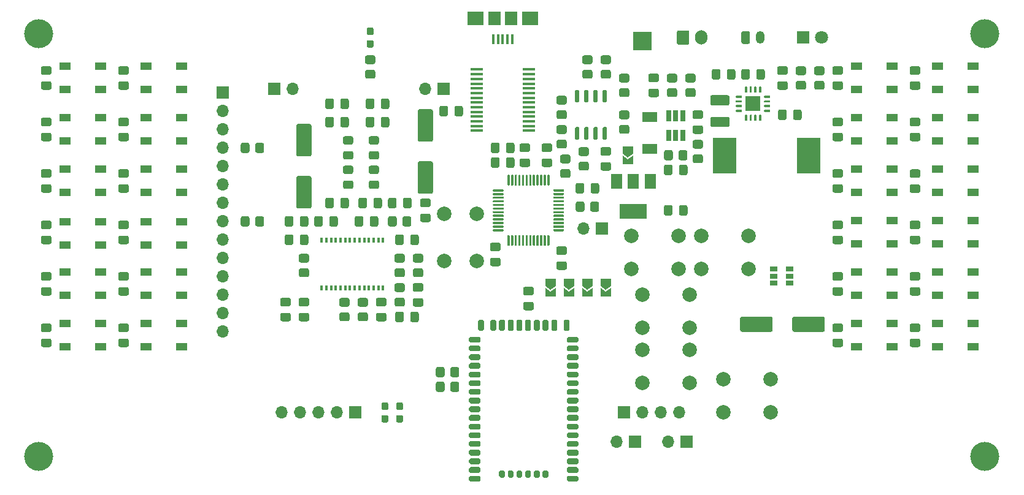
<source format=gbr>
%TF.GenerationSoftware,KiCad,Pcbnew,(5.1.8)-1*%
%TF.CreationDate,2021-03-23T10:09:45+01:00*%
%TF.ProjectId,schema_v1,73636865-6d61-45f7-9631-2e6b69636164,rev?*%
%TF.SameCoordinates,Original*%
%TF.FileFunction,Soldermask,Top*%
%TF.FilePolarity,Negative*%
%FSLAX46Y46*%
G04 Gerber Fmt 4.6, Leading zero omitted, Abs format (unit mm)*
G04 Created by KiCad (PCBNEW (5.1.8)-1) date 2021-03-23 10:09:45*
%MOMM*%
%LPD*%
G01*
G04 APERTURE LIST*
%ADD10C,1.800000*%
%ADD11R,1.800000X1.800000*%
%ADD12C,4.000000*%
%ADD13R,2.100000X2.100000*%
%ADD14R,0.300000X0.750000*%
%ADD15O,1.700000X1.700000*%
%ADD16R,1.700000X1.700000*%
%ADD17R,0.650000X1.560000*%
%ADD18R,3.800000X2.000000*%
%ADD19R,1.500000X2.000000*%
%ADD20R,1.750000X0.450000*%
%ADD21R,1.060000X0.650000*%
%ADD22R,2.500000X2.500000*%
%ADD23O,1.700000X2.000000*%
%ADD24C,2.000000*%
%ADD25R,3.250000X5.000000*%
%ADD26C,0.100000*%
%ADD27R,0.400000X1.400000*%
%ADD28R,2.300000X1.900000*%
%ADD29R,1.800000X1.900000*%
%ADD30R,2.100000X1.400000*%
%ADD31R,1.500000X1.000000*%
%ADD32O,1.200000X1.750000*%
G04 APERTURE END LIST*
D10*
%TO.C,D1*%
X190768000Y-56896000D03*
D11*
X188228000Y-56896000D03*
%TD*%
D12*
%TO.C,.*%
X213360000Y-114808000D03*
%TD*%
%TO.C,.*%
X213360000Y-56388000D03*
%TD*%
%TO.C,.*%
X82804000Y-56388000D03*
%TD*%
%TO.C,.*%
X82804000Y-114808000D03*
%TD*%
D13*
%TO.C,U12*%
X181356000Y-66040000D03*
G36*
G01*
X180231000Y-64440000D02*
X180231000Y-63740000D01*
G75*
G02*
X180306000Y-63665000I75000J0D01*
G01*
X180456000Y-63665000D01*
G75*
G02*
X180531000Y-63740000I0J-75000D01*
G01*
X180531000Y-64440000D01*
G75*
G02*
X180456000Y-64515000I-75000J0D01*
G01*
X180306000Y-64515000D01*
G75*
G02*
X180231000Y-64440000I0J75000D01*
G01*
G37*
G36*
G01*
X180881000Y-64440000D02*
X180881000Y-63740000D01*
G75*
G02*
X180956000Y-63665000I75000J0D01*
G01*
X181106000Y-63665000D01*
G75*
G02*
X181181000Y-63740000I0J-75000D01*
G01*
X181181000Y-64440000D01*
G75*
G02*
X181106000Y-64515000I-75000J0D01*
G01*
X180956000Y-64515000D01*
G75*
G02*
X180881000Y-64440000I0J75000D01*
G01*
G37*
G36*
G01*
X181531000Y-64440000D02*
X181531000Y-63740000D01*
G75*
G02*
X181606000Y-63665000I75000J0D01*
G01*
X181756000Y-63665000D01*
G75*
G02*
X181831000Y-63740000I0J-75000D01*
G01*
X181831000Y-64440000D01*
G75*
G02*
X181756000Y-64515000I-75000J0D01*
G01*
X181606000Y-64515000D01*
G75*
G02*
X181531000Y-64440000I0J75000D01*
G01*
G37*
G36*
G01*
X182181000Y-64440000D02*
X182181000Y-63740000D01*
G75*
G02*
X182256000Y-63665000I75000J0D01*
G01*
X182406000Y-63665000D01*
G75*
G02*
X182481000Y-63740000I0J-75000D01*
G01*
X182481000Y-64440000D01*
G75*
G02*
X182406000Y-64515000I-75000J0D01*
G01*
X182256000Y-64515000D01*
G75*
G02*
X182181000Y-64440000I0J75000D01*
G01*
G37*
G36*
G01*
X182881000Y-65140000D02*
X182881000Y-64990000D01*
G75*
G02*
X182956000Y-64915000I75000J0D01*
G01*
X183656000Y-64915000D01*
G75*
G02*
X183731000Y-64990000I0J-75000D01*
G01*
X183731000Y-65140000D01*
G75*
G02*
X183656000Y-65215000I-75000J0D01*
G01*
X182956000Y-65215000D01*
G75*
G02*
X182881000Y-65140000I0J75000D01*
G01*
G37*
G36*
G01*
X182881000Y-65790000D02*
X182881000Y-65640000D01*
G75*
G02*
X182956000Y-65565000I75000J0D01*
G01*
X183656000Y-65565000D01*
G75*
G02*
X183731000Y-65640000I0J-75000D01*
G01*
X183731000Y-65790000D01*
G75*
G02*
X183656000Y-65865000I-75000J0D01*
G01*
X182956000Y-65865000D01*
G75*
G02*
X182881000Y-65790000I0J75000D01*
G01*
G37*
G36*
G01*
X182881000Y-66440000D02*
X182881000Y-66290000D01*
G75*
G02*
X182956000Y-66215000I75000J0D01*
G01*
X183656000Y-66215000D01*
G75*
G02*
X183731000Y-66290000I0J-75000D01*
G01*
X183731000Y-66440000D01*
G75*
G02*
X183656000Y-66515000I-75000J0D01*
G01*
X182956000Y-66515000D01*
G75*
G02*
X182881000Y-66440000I0J75000D01*
G01*
G37*
G36*
G01*
X182881000Y-67090000D02*
X182881000Y-66940000D01*
G75*
G02*
X182956000Y-66865000I75000J0D01*
G01*
X183656000Y-66865000D01*
G75*
G02*
X183731000Y-66940000I0J-75000D01*
G01*
X183731000Y-67090000D01*
G75*
G02*
X183656000Y-67165000I-75000J0D01*
G01*
X182956000Y-67165000D01*
G75*
G02*
X182881000Y-67090000I0J75000D01*
G01*
G37*
G36*
G01*
X182181000Y-68340000D02*
X182181000Y-67640000D01*
G75*
G02*
X182256000Y-67565000I75000J0D01*
G01*
X182406000Y-67565000D01*
G75*
G02*
X182481000Y-67640000I0J-75000D01*
G01*
X182481000Y-68340000D01*
G75*
G02*
X182406000Y-68415000I-75000J0D01*
G01*
X182256000Y-68415000D01*
G75*
G02*
X182181000Y-68340000I0J75000D01*
G01*
G37*
G36*
G01*
X181531000Y-68340000D02*
X181531000Y-67640000D01*
G75*
G02*
X181606000Y-67565000I75000J0D01*
G01*
X181756000Y-67565000D01*
G75*
G02*
X181831000Y-67640000I0J-75000D01*
G01*
X181831000Y-68340000D01*
G75*
G02*
X181756000Y-68415000I-75000J0D01*
G01*
X181606000Y-68415000D01*
G75*
G02*
X181531000Y-68340000I0J75000D01*
G01*
G37*
G36*
G01*
X180881000Y-68340000D02*
X180881000Y-67640000D01*
G75*
G02*
X180956000Y-67565000I75000J0D01*
G01*
X181106000Y-67565000D01*
G75*
G02*
X181181000Y-67640000I0J-75000D01*
G01*
X181181000Y-68340000D01*
G75*
G02*
X181106000Y-68415000I-75000J0D01*
G01*
X180956000Y-68415000D01*
G75*
G02*
X180881000Y-68340000I0J75000D01*
G01*
G37*
G36*
G01*
X180231000Y-68340000D02*
X180231000Y-67640000D01*
G75*
G02*
X180306000Y-67565000I75000J0D01*
G01*
X180456000Y-67565000D01*
G75*
G02*
X180531000Y-67640000I0J-75000D01*
G01*
X180531000Y-68340000D01*
G75*
G02*
X180456000Y-68415000I-75000J0D01*
G01*
X180306000Y-68415000D01*
G75*
G02*
X180231000Y-68340000I0J75000D01*
G01*
G37*
G36*
G01*
X178981000Y-67090000D02*
X178981000Y-66940000D01*
G75*
G02*
X179056000Y-66865000I75000J0D01*
G01*
X179756000Y-66865000D01*
G75*
G02*
X179831000Y-66940000I0J-75000D01*
G01*
X179831000Y-67090000D01*
G75*
G02*
X179756000Y-67165000I-75000J0D01*
G01*
X179056000Y-67165000D01*
G75*
G02*
X178981000Y-67090000I0J75000D01*
G01*
G37*
G36*
G01*
X178981000Y-66440000D02*
X178981000Y-66290000D01*
G75*
G02*
X179056000Y-66215000I75000J0D01*
G01*
X179756000Y-66215000D01*
G75*
G02*
X179831000Y-66290000I0J-75000D01*
G01*
X179831000Y-66440000D01*
G75*
G02*
X179756000Y-66515000I-75000J0D01*
G01*
X179056000Y-66515000D01*
G75*
G02*
X178981000Y-66440000I0J75000D01*
G01*
G37*
G36*
G01*
X178981000Y-65790000D02*
X178981000Y-65640000D01*
G75*
G02*
X179056000Y-65565000I75000J0D01*
G01*
X179756000Y-65565000D01*
G75*
G02*
X179831000Y-65640000I0J-75000D01*
G01*
X179831000Y-65790000D01*
G75*
G02*
X179756000Y-65865000I-75000J0D01*
G01*
X179056000Y-65865000D01*
G75*
G02*
X178981000Y-65790000I0J75000D01*
G01*
G37*
G36*
G01*
X178981000Y-65140000D02*
X178981000Y-64990000D01*
G75*
G02*
X179056000Y-64915000I75000J0D01*
G01*
X179756000Y-64915000D01*
G75*
G02*
X179831000Y-64990000I0J-75000D01*
G01*
X179831000Y-65140000D01*
G75*
G02*
X179756000Y-65215000I-75000J0D01*
G01*
X179056000Y-65215000D01*
G75*
G02*
X178981000Y-65140000I0J75000D01*
G01*
G37*
%TD*%
D14*
%TO.C,U11*%
X124440000Y-84856000D03*
X123140000Y-84856000D03*
X123790000Y-84856000D03*
X125090000Y-84856000D03*
X125740000Y-84856000D03*
X126390000Y-84856000D03*
X122490000Y-84856000D03*
X127690000Y-84856000D03*
X127040000Y-84856000D03*
X128340000Y-84856000D03*
X130290000Y-84856000D03*
X128990000Y-84856000D03*
X129640000Y-84856000D03*
X121840000Y-84856000D03*
X130290000Y-91456000D03*
X129640000Y-91456000D03*
X128990000Y-91456000D03*
X128340000Y-91456000D03*
X127690000Y-91456000D03*
X127040000Y-91456000D03*
X126390000Y-91456000D03*
X125740000Y-91456000D03*
X125090000Y-91456000D03*
X124440000Y-91456000D03*
X123790000Y-91456000D03*
X123140000Y-91456000D03*
X122490000Y-91456000D03*
X121840000Y-91456000D03*
%TD*%
D15*
%TO.C,U9*%
X108204000Y-97536000D03*
X108204000Y-94996000D03*
X108204000Y-92456000D03*
X108204000Y-89916000D03*
X108204000Y-87376000D03*
X108204000Y-84836000D03*
X108204000Y-82296000D03*
X108204000Y-79756000D03*
X108204000Y-77216000D03*
X108204000Y-74676000D03*
X108204000Y-72136000D03*
X108204000Y-69596000D03*
X108204000Y-67056000D03*
D16*
X108204000Y-64516000D03*
%TD*%
D17*
%TO.C,U7*%
X170688000Y-67738000D03*
X169738000Y-67738000D03*
X171638000Y-67738000D03*
X171638000Y-70438000D03*
X170688000Y-70438000D03*
X169738000Y-70438000D03*
%TD*%
D18*
%TO.C,U6*%
X164848000Y-80899000D03*
D19*
X162548000Y-76788000D03*
X164848000Y-76788000D03*
X167148000Y-76788000D03*
%TD*%
D20*
%TO.C,U5*%
X143212000Y-69757000D03*
X143212000Y-69107000D03*
X143212000Y-68457000D03*
X143212000Y-67807000D03*
X143212000Y-67157000D03*
X143212000Y-66507000D03*
X143212000Y-65857000D03*
X143212000Y-65207000D03*
X143212000Y-64557000D03*
X143212000Y-63907000D03*
X143212000Y-63257000D03*
X143212000Y-62607000D03*
X143212000Y-61957000D03*
X143212000Y-61307000D03*
X150412000Y-61307000D03*
X150412000Y-61957000D03*
X150412000Y-62607000D03*
X150412000Y-63257000D03*
X150412000Y-63907000D03*
X150412000Y-64557000D03*
X150412000Y-65207000D03*
X150412000Y-65857000D03*
X150412000Y-66507000D03*
X150412000Y-67157000D03*
X150412000Y-67807000D03*
X150412000Y-68457000D03*
X150412000Y-69107000D03*
X150412000Y-69757000D03*
%TD*%
%TO.C,U4*%
G36*
G01*
X153868000Y-77872000D02*
X155193000Y-77872000D01*
G75*
G02*
X155268000Y-77947000I0J-75000D01*
G01*
X155268000Y-78097000D01*
G75*
G02*
X155193000Y-78172000I-75000J0D01*
G01*
X153868000Y-78172000D01*
G75*
G02*
X153793000Y-78097000I0J75000D01*
G01*
X153793000Y-77947000D01*
G75*
G02*
X153868000Y-77872000I75000J0D01*
G01*
G37*
G36*
G01*
X153868000Y-78372000D02*
X155193000Y-78372000D01*
G75*
G02*
X155268000Y-78447000I0J-75000D01*
G01*
X155268000Y-78597000D01*
G75*
G02*
X155193000Y-78672000I-75000J0D01*
G01*
X153868000Y-78672000D01*
G75*
G02*
X153793000Y-78597000I0J75000D01*
G01*
X153793000Y-78447000D01*
G75*
G02*
X153868000Y-78372000I75000J0D01*
G01*
G37*
G36*
G01*
X153868000Y-78872000D02*
X155193000Y-78872000D01*
G75*
G02*
X155268000Y-78947000I0J-75000D01*
G01*
X155268000Y-79097000D01*
G75*
G02*
X155193000Y-79172000I-75000J0D01*
G01*
X153868000Y-79172000D01*
G75*
G02*
X153793000Y-79097000I0J75000D01*
G01*
X153793000Y-78947000D01*
G75*
G02*
X153868000Y-78872000I75000J0D01*
G01*
G37*
G36*
G01*
X153868000Y-79372000D02*
X155193000Y-79372000D01*
G75*
G02*
X155268000Y-79447000I0J-75000D01*
G01*
X155268000Y-79597000D01*
G75*
G02*
X155193000Y-79672000I-75000J0D01*
G01*
X153868000Y-79672000D01*
G75*
G02*
X153793000Y-79597000I0J75000D01*
G01*
X153793000Y-79447000D01*
G75*
G02*
X153868000Y-79372000I75000J0D01*
G01*
G37*
G36*
G01*
X153868000Y-79872000D02*
X155193000Y-79872000D01*
G75*
G02*
X155268000Y-79947000I0J-75000D01*
G01*
X155268000Y-80097000D01*
G75*
G02*
X155193000Y-80172000I-75000J0D01*
G01*
X153868000Y-80172000D01*
G75*
G02*
X153793000Y-80097000I0J75000D01*
G01*
X153793000Y-79947000D01*
G75*
G02*
X153868000Y-79872000I75000J0D01*
G01*
G37*
G36*
G01*
X153868000Y-80372000D02*
X155193000Y-80372000D01*
G75*
G02*
X155268000Y-80447000I0J-75000D01*
G01*
X155268000Y-80597000D01*
G75*
G02*
X155193000Y-80672000I-75000J0D01*
G01*
X153868000Y-80672000D01*
G75*
G02*
X153793000Y-80597000I0J75000D01*
G01*
X153793000Y-80447000D01*
G75*
G02*
X153868000Y-80372000I75000J0D01*
G01*
G37*
G36*
G01*
X153868000Y-80872000D02*
X155193000Y-80872000D01*
G75*
G02*
X155268000Y-80947000I0J-75000D01*
G01*
X155268000Y-81097000D01*
G75*
G02*
X155193000Y-81172000I-75000J0D01*
G01*
X153868000Y-81172000D01*
G75*
G02*
X153793000Y-81097000I0J75000D01*
G01*
X153793000Y-80947000D01*
G75*
G02*
X153868000Y-80872000I75000J0D01*
G01*
G37*
G36*
G01*
X153868000Y-81372000D02*
X155193000Y-81372000D01*
G75*
G02*
X155268000Y-81447000I0J-75000D01*
G01*
X155268000Y-81597000D01*
G75*
G02*
X155193000Y-81672000I-75000J0D01*
G01*
X153868000Y-81672000D01*
G75*
G02*
X153793000Y-81597000I0J75000D01*
G01*
X153793000Y-81447000D01*
G75*
G02*
X153868000Y-81372000I75000J0D01*
G01*
G37*
G36*
G01*
X153868000Y-81872000D02*
X155193000Y-81872000D01*
G75*
G02*
X155268000Y-81947000I0J-75000D01*
G01*
X155268000Y-82097000D01*
G75*
G02*
X155193000Y-82172000I-75000J0D01*
G01*
X153868000Y-82172000D01*
G75*
G02*
X153793000Y-82097000I0J75000D01*
G01*
X153793000Y-81947000D01*
G75*
G02*
X153868000Y-81872000I75000J0D01*
G01*
G37*
G36*
G01*
X153868000Y-82372000D02*
X155193000Y-82372000D01*
G75*
G02*
X155268000Y-82447000I0J-75000D01*
G01*
X155268000Y-82597000D01*
G75*
G02*
X155193000Y-82672000I-75000J0D01*
G01*
X153868000Y-82672000D01*
G75*
G02*
X153793000Y-82597000I0J75000D01*
G01*
X153793000Y-82447000D01*
G75*
G02*
X153868000Y-82372000I75000J0D01*
G01*
G37*
G36*
G01*
X153868000Y-82872000D02*
X155193000Y-82872000D01*
G75*
G02*
X155268000Y-82947000I0J-75000D01*
G01*
X155268000Y-83097000D01*
G75*
G02*
X155193000Y-83172000I-75000J0D01*
G01*
X153868000Y-83172000D01*
G75*
G02*
X153793000Y-83097000I0J75000D01*
G01*
X153793000Y-82947000D01*
G75*
G02*
X153868000Y-82872000I75000J0D01*
G01*
G37*
G36*
G01*
X153868000Y-83372000D02*
X155193000Y-83372000D01*
G75*
G02*
X155268000Y-83447000I0J-75000D01*
G01*
X155268000Y-83597000D01*
G75*
G02*
X155193000Y-83672000I-75000J0D01*
G01*
X153868000Y-83672000D01*
G75*
G02*
X153793000Y-83597000I0J75000D01*
G01*
X153793000Y-83447000D01*
G75*
G02*
X153868000Y-83372000I75000J0D01*
G01*
G37*
G36*
G01*
X153043000Y-84197000D02*
X153193000Y-84197000D01*
G75*
G02*
X153268000Y-84272000I0J-75000D01*
G01*
X153268000Y-85597000D01*
G75*
G02*
X153193000Y-85672000I-75000J0D01*
G01*
X153043000Y-85672000D01*
G75*
G02*
X152968000Y-85597000I0J75000D01*
G01*
X152968000Y-84272000D01*
G75*
G02*
X153043000Y-84197000I75000J0D01*
G01*
G37*
G36*
G01*
X152543000Y-84197000D02*
X152693000Y-84197000D01*
G75*
G02*
X152768000Y-84272000I0J-75000D01*
G01*
X152768000Y-85597000D01*
G75*
G02*
X152693000Y-85672000I-75000J0D01*
G01*
X152543000Y-85672000D01*
G75*
G02*
X152468000Y-85597000I0J75000D01*
G01*
X152468000Y-84272000D01*
G75*
G02*
X152543000Y-84197000I75000J0D01*
G01*
G37*
G36*
G01*
X152043000Y-84197000D02*
X152193000Y-84197000D01*
G75*
G02*
X152268000Y-84272000I0J-75000D01*
G01*
X152268000Y-85597000D01*
G75*
G02*
X152193000Y-85672000I-75000J0D01*
G01*
X152043000Y-85672000D01*
G75*
G02*
X151968000Y-85597000I0J75000D01*
G01*
X151968000Y-84272000D01*
G75*
G02*
X152043000Y-84197000I75000J0D01*
G01*
G37*
G36*
G01*
X151543000Y-84197000D02*
X151693000Y-84197000D01*
G75*
G02*
X151768000Y-84272000I0J-75000D01*
G01*
X151768000Y-85597000D01*
G75*
G02*
X151693000Y-85672000I-75000J0D01*
G01*
X151543000Y-85672000D01*
G75*
G02*
X151468000Y-85597000I0J75000D01*
G01*
X151468000Y-84272000D01*
G75*
G02*
X151543000Y-84197000I75000J0D01*
G01*
G37*
G36*
G01*
X151043000Y-84197000D02*
X151193000Y-84197000D01*
G75*
G02*
X151268000Y-84272000I0J-75000D01*
G01*
X151268000Y-85597000D01*
G75*
G02*
X151193000Y-85672000I-75000J0D01*
G01*
X151043000Y-85672000D01*
G75*
G02*
X150968000Y-85597000I0J75000D01*
G01*
X150968000Y-84272000D01*
G75*
G02*
X151043000Y-84197000I75000J0D01*
G01*
G37*
G36*
G01*
X150543000Y-84197000D02*
X150693000Y-84197000D01*
G75*
G02*
X150768000Y-84272000I0J-75000D01*
G01*
X150768000Y-85597000D01*
G75*
G02*
X150693000Y-85672000I-75000J0D01*
G01*
X150543000Y-85672000D01*
G75*
G02*
X150468000Y-85597000I0J75000D01*
G01*
X150468000Y-84272000D01*
G75*
G02*
X150543000Y-84197000I75000J0D01*
G01*
G37*
G36*
G01*
X150043000Y-84197000D02*
X150193000Y-84197000D01*
G75*
G02*
X150268000Y-84272000I0J-75000D01*
G01*
X150268000Y-85597000D01*
G75*
G02*
X150193000Y-85672000I-75000J0D01*
G01*
X150043000Y-85672000D01*
G75*
G02*
X149968000Y-85597000I0J75000D01*
G01*
X149968000Y-84272000D01*
G75*
G02*
X150043000Y-84197000I75000J0D01*
G01*
G37*
G36*
G01*
X149543000Y-84197000D02*
X149693000Y-84197000D01*
G75*
G02*
X149768000Y-84272000I0J-75000D01*
G01*
X149768000Y-85597000D01*
G75*
G02*
X149693000Y-85672000I-75000J0D01*
G01*
X149543000Y-85672000D01*
G75*
G02*
X149468000Y-85597000I0J75000D01*
G01*
X149468000Y-84272000D01*
G75*
G02*
X149543000Y-84197000I75000J0D01*
G01*
G37*
G36*
G01*
X149043000Y-84197000D02*
X149193000Y-84197000D01*
G75*
G02*
X149268000Y-84272000I0J-75000D01*
G01*
X149268000Y-85597000D01*
G75*
G02*
X149193000Y-85672000I-75000J0D01*
G01*
X149043000Y-85672000D01*
G75*
G02*
X148968000Y-85597000I0J75000D01*
G01*
X148968000Y-84272000D01*
G75*
G02*
X149043000Y-84197000I75000J0D01*
G01*
G37*
G36*
G01*
X148543000Y-84197000D02*
X148693000Y-84197000D01*
G75*
G02*
X148768000Y-84272000I0J-75000D01*
G01*
X148768000Y-85597000D01*
G75*
G02*
X148693000Y-85672000I-75000J0D01*
G01*
X148543000Y-85672000D01*
G75*
G02*
X148468000Y-85597000I0J75000D01*
G01*
X148468000Y-84272000D01*
G75*
G02*
X148543000Y-84197000I75000J0D01*
G01*
G37*
G36*
G01*
X148043000Y-84197000D02*
X148193000Y-84197000D01*
G75*
G02*
X148268000Y-84272000I0J-75000D01*
G01*
X148268000Y-85597000D01*
G75*
G02*
X148193000Y-85672000I-75000J0D01*
G01*
X148043000Y-85672000D01*
G75*
G02*
X147968000Y-85597000I0J75000D01*
G01*
X147968000Y-84272000D01*
G75*
G02*
X148043000Y-84197000I75000J0D01*
G01*
G37*
G36*
G01*
X147543000Y-84197000D02*
X147693000Y-84197000D01*
G75*
G02*
X147768000Y-84272000I0J-75000D01*
G01*
X147768000Y-85597000D01*
G75*
G02*
X147693000Y-85672000I-75000J0D01*
G01*
X147543000Y-85672000D01*
G75*
G02*
X147468000Y-85597000I0J75000D01*
G01*
X147468000Y-84272000D01*
G75*
G02*
X147543000Y-84197000I75000J0D01*
G01*
G37*
G36*
G01*
X145543000Y-83372000D02*
X146868000Y-83372000D01*
G75*
G02*
X146943000Y-83447000I0J-75000D01*
G01*
X146943000Y-83597000D01*
G75*
G02*
X146868000Y-83672000I-75000J0D01*
G01*
X145543000Y-83672000D01*
G75*
G02*
X145468000Y-83597000I0J75000D01*
G01*
X145468000Y-83447000D01*
G75*
G02*
X145543000Y-83372000I75000J0D01*
G01*
G37*
G36*
G01*
X145543000Y-82872000D02*
X146868000Y-82872000D01*
G75*
G02*
X146943000Y-82947000I0J-75000D01*
G01*
X146943000Y-83097000D01*
G75*
G02*
X146868000Y-83172000I-75000J0D01*
G01*
X145543000Y-83172000D01*
G75*
G02*
X145468000Y-83097000I0J75000D01*
G01*
X145468000Y-82947000D01*
G75*
G02*
X145543000Y-82872000I75000J0D01*
G01*
G37*
G36*
G01*
X145543000Y-82372000D02*
X146868000Y-82372000D01*
G75*
G02*
X146943000Y-82447000I0J-75000D01*
G01*
X146943000Y-82597000D01*
G75*
G02*
X146868000Y-82672000I-75000J0D01*
G01*
X145543000Y-82672000D01*
G75*
G02*
X145468000Y-82597000I0J75000D01*
G01*
X145468000Y-82447000D01*
G75*
G02*
X145543000Y-82372000I75000J0D01*
G01*
G37*
G36*
G01*
X145543000Y-81872000D02*
X146868000Y-81872000D01*
G75*
G02*
X146943000Y-81947000I0J-75000D01*
G01*
X146943000Y-82097000D01*
G75*
G02*
X146868000Y-82172000I-75000J0D01*
G01*
X145543000Y-82172000D01*
G75*
G02*
X145468000Y-82097000I0J75000D01*
G01*
X145468000Y-81947000D01*
G75*
G02*
X145543000Y-81872000I75000J0D01*
G01*
G37*
G36*
G01*
X145543000Y-81372000D02*
X146868000Y-81372000D01*
G75*
G02*
X146943000Y-81447000I0J-75000D01*
G01*
X146943000Y-81597000D01*
G75*
G02*
X146868000Y-81672000I-75000J0D01*
G01*
X145543000Y-81672000D01*
G75*
G02*
X145468000Y-81597000I0J75000D01*
G01*
X145468000Y-81447000D01*
G75*
G02*
X145543000Y-81372000I75000J0D01*
G01*
G37*
G36*
G01*
X145543000Y-80872000D02*
X146868000Y-80872000D01*
G75*
G02*
X146943000Y-80947000I0J-75000D01*
G01*
X146943000Y-81097000D01*
G75*
G02*
X146868000Y-81172000I-75000J0D01*
G01*
X145543000Y-81172000D01*
G75*
G02*
X145468000Y-81097000I0J75000D01*
G01*
X145468000Y-80947000D01*
G75*
G02*
X145543000Y-80872000I75000J0D01*
G01*
G37*
G36*
G01*
X145543000Y-80372000D02*
X146868000Y-80372000D01*
G75*
G02*
X146943000Y-80447000I0J-75000D01*
G01*
X146943000Y-80597000D01*
G75*
G02*
X146868000Y-80672000I-75000J0D01*
G01*
X145543000Y-80672000D01*
G75*
G02*
X145468000Y-80597000I0J75000D01*
G01*
X145468000Y-80447000D01*
G75*
G02*
X145543000Y-80372000I75000J0D01*
G01*
G37*
G36*
G01*
X145543000Y-79872000D02*
X146868000Y-79872000D01*
G75*
G02*
X146943000Y-79947000I0J-75000D01*
G01*
X146943000Y-80097000D01*
G75*
G02*
X146868000Y-80172000I-75000J0D01*
G01*
X145543000Y-80172000D01*
G75*
G02*
X145468000Y-80097000I0J75000D01*
G01*
X145468000Y-79947000D01*
G75*
G02*
X145543000Y-79872000I75000J0D01*
G01*
G37*
G36*
G01*
X145543000Y-79372000D02*
X146868000Y-79372000D01*
G75*
G02*
X146943000Y-79447000I0J-75000D01*
G01*
X146943000Y-79597000D01*
G75*
G02*
X146868000Y-79672000I-75000J0D01*
G01*
X145543000Y-79672000D01*
G75*
G02*
X145468000Y-79597000I0J75000D01*
G01*
X145468000Y-79447000D01*
G75*
G02*
X145543000Y-79372000I75000J0D01*
G01*
G37*
G36*
G01*
X145543000Y-78872000D02*
X146868000Y-78872000D01*
G75*
G02*
X146943000Y-78947000I0J-75000D01*
G01*
X146943000Y-79097000D01*
G75*
G02*
X146868000Y-79172000I-75000J0D01*
G01*
X145543000Y-79172000D01*
G75*
G02*
X145468000Y-79097000I0J75000D01*
G01*
X145468000Y-78947000D01*
G75*
G02*
X145543000Y-78872000I75000J0D01*
G01*
G37*
G36*
G01*
X145543000Y-78372000D02*
X146868000Y-78372000D01*
G75*
G02*
X146943000Y-78447000I0J-75000D01*
G01*
X146943000Y-78597000D01*
G75*
G02*
X146868000Y-78672000I-75000J0D01*
G01*
X145543000Y-78672000D01*
G75*
G02*
X145468000Y-78597000I0J75000D01*
G01*
X145468000Y-78447000D01*
G75*
G02*
X145543000Y-78372000I75000J0D01*
G01*
G37*
G36*
G01*
X145543000Y-77872000D02*
X146868000Y-77872000D01*
G75*
G02*
X146943000Y-77947000I0J-75000D01*
G01*
X146943000Y-78097000D01*
G75*
G02*
X146868000Y-78172000I-75000J0D01*
G01*
X145543000Y-78172000D01*
G75*
G02*
X145468000Y-78097000I0J75000D01*
G01*
X145468000Y-77947000D01*
G75*
G02*
X145543000Y-77872000I75000J0D01*
G01*
G37*
G36*
G01*
X147543000Y-75872000D02*
X147693000Y-75872000D01*
G75*
G02*
X147768000Y-75947000I0J-75000D01*
G01*
X147768000Y-77272000D01*
G75*
G02*
X147693000Y-77347000I-75000J0D01*
G01*
X147543000Y-77347000D01*
G75*
G02*
X147468000Y-77272000I0J75000D01*
G01*
X147468000Y-75947000D01*
G75*
G02*
X147543000Y-75872000I75000J0D01*
G01*
G37*
G36*
G01*
X148043000Y-75872000D02*
X148193000Y-75872000D01*
G75*
G02*
X148268000Y-75947000I0J-75000D01*
G01*
X148268000Y-77272000D01*
G75*
G02*
X148193000Y-77347000I-75000J0D01*
G01*
X148043000Y-77347000D01*
G75*
G02*
X147968000Y-77272000I0J75000D01*
G01*
X147968000Y-75947000D01*
G75*
G02*
X148043000Y-75872000I75000J0D01*
G01*
G37*
G36*
G01*
X148543000Y-75872000D02*
X148693000Y-75872000D01*
G75*
G02*
X148768000Y-75947000I0J-75000D01*
G01*
X148768000Y-77272000D01*
G75*
G02*
X148693000Y-77347000I-75000J0D01*
G01*
X148543000Y-77347000D01*
G75*
G02*
X148468000Y-77272000I0J75000D01*
G01*
X148468000Y-75947000D01*
G75*
G02*
X148543000Y-75872000I75000J0D01*
G01*
G37*
G36*
G01*
X149043000Y-75872000D02*
X149193000Y-75872000D01*
G75*
G02*
X149268000Y-75947000I0J-75000D01*
G01*
X149268000Y-77272000D01*
G75*
G02*
X149193000Y-77347000I-75000J0D01*
G01*
X149043000Y-77347000D01*
G75*
G02*
X148968000Y-77272000I0J75000D01*
G01*
X148968000Y-75947000D01*
G75*
G02*
X149043000Y-75872000I75000J0D01*
G01*
G37*
G36*
G01*
X149543000Y-75872000D02*
X149693000Y-75872000D01*
G75*
G02*
X149768000Y-75947000I0J-75000D01*
G01*
X149768000Y-77272000D01*
G75*
G02*
X149693000Y-77347000I-75000J0D01*
G01*
X149543000Y-77347000D01*
G75*
G02*
X149468000Y-77272000I0J75000D01*
G01*
X149468000Y-75947000D01*
G75*
G02*
X149543000Y-75872000I75000J0D01*
G01*
G37*
G36*
G01*
X150043000Y-75872000D02*
X150193000Y-75872000D01*
G75*
G02*
X150268000Y-75947000I0J-75000D01*
G01*
X150268000Y-77272000D01*
G75*
G02*
X150193000Y-77347000I-75000J0D01*
G01*
X150043000Y-77347000D01*
G75*
G02*
X149968000Y-77272000I0J75000D01*
G01*
X149968000Y-75947000D01*
G75*
G02*
X150043000Y-75872000I75000J0D01*
G01*
G37*
G36*
G01*
X150543000Y-75872000D02*
X150693000Y-75872000D01*
G75*
G02*
X150768000Y-75947000I0J-75000D01*
G01*
X150768000Y-77272000D01*
G75*
G02*
X150693000Y-77347000I-75000J0D01*
G01*
X150543000Y-77347000D01*
G75*
G02*
X150468000Y-77272000I0J75000D01*
G01*
X150468000Y-75947000D01*
G75*
G02*
X150543000Y-75872000I75000J0D01*
G01*
G37*
G36*
G01*
X151043000Y-75872000D02*
X151193000Y-75872000D01*
G75*
G02*
X151268000Y-75947000I0J-75000D01*
G01*
X151268000Y-77272000D01*
G75*
G02*
X151193000Y-77347000I-75000J0D01*
G01*
X151043000Y-77347000D01*
G75*
G02*
X150968000Y-77272000I0J75000D01*
G01*
X150968000Y-75947000D01*
G75*
G02*
X151043000Y-75872000I75000J0D01*
G01*
G37*
G36*
G01*
X151543000Y-75872000D02*
X151693000Y-75872000D01*
G75*
G02*
X151768000Y-75947000I0J-75000D01*
G01*
X151768000Y-77272000D01*
G75*
G02*
X151693000Y-77347000I-75000J0D01*
G01*
X151543000Y-77347000D01*
G75*
G02*
X151468000Y-77272000I0J75000D01*
G01*
X151468000Y-75947000D01*
G75*
G02*
X151543000Y-75872000I75000J0D01*
G01*
G37*
G36*
G01*
X152043000Y-75872000D02*
X152193000Y-75872000D01*
G75*
G02*
X152268000Y-75947000I0J-75000D01*
G01*
X152268000Y-77272000D01*
G75*
G02*
X152193000Y-77347000I-75000J0D01*
G01*
X152043000Y-77347000D01*
G75*
G02*
X151968000Y-77272000I0J75000D01*
G01*
X151968000Y-75947000D01*
G75*
G02*
X152043000Y-75872000I75000J0D01*
G01*
G37*
G36*
G01*
X152543000Y-75872000D02*
X152693000Y-75872000D01*
G75*
G02*
X152768000Y-75947000I0J-75000D01*
G01*
X152768000Y-77272000D01*
G75*
G02*
X152693000Y-77347000I-75000J0D01*
G01*
X152543000Y-77347000D01*
G75*
G02*
X152468000Y-77272000I0J75000D01*
G01*
X152468000Y-75947000D01*
G75*
G02*
X152543000Y-75872000I75000J0D01*
G01*
G37*
G36*
G01*
X153043000Y-75872000D02*
X153193000Y-75872000D01*
G75*
G02*
X153268000Y-75947000I0J-75000D01*
G01*
X153268000Y-77272000D01*
G75*
G02*
X153193000Y-77347000I-75000J0D01*
G01*
X153043000Y-77347000D01*
G75*
G02*
X152968000Y-77272000I0J75000D01*
G01*
X152968000Y-75947000D01*
G75*
G02*
X153043000Y-75872000I75000J0D01*
G01*
G37*
%TD*%
%TO.C,U3*%
G36*
G01*
X157264000Y-117656000D02*
X157264000Y-118056000D01*
G75*
G02*
X157064000Y-118256000I-200000J0D01*
G01*
X155864000Y-118256000D01*
G75*
G02*
X155664000Y-118056000I0J200000D01*
G01*
X155664000Y-117656000D01*
G75*
G02*
X155864000Y-117456000I200000J0D01*
G01*
X157064000Y-117456000D01*
G75*
G02*
X157264000Y-117656000I0J-200000D01*
G01*
G37*
G36*
G01*
X157264000Y-116456000D02*
X157264000Y-116856000D01*
G75*
G02*
X157064000Y-117056000I-200000J0D01*
G01*
X155864000Y-117056000D01*
G75*
G02*
X155664000Y-116856000I0J200000D01*
G01*
X155664000Y-116456000D01*
G75*
G02*
X155864000Y-116256000I200000J0D01*
G01*
X157064000Y-116256000D01*
G75*
G02*
X157264000Y-116456000I0J-200000D01*
G01*
G37*
G36*
G01*
X157264000Y-115256000D02*
X157264000Y-115656000D01*
G75*
G02*
X157064000Y-115856000I-200000J0D01*
G01*
X155864000Y-115856000D01*
G75*
G02*
X155664000Y-115656000I0J200000D01*
G01*
X155664000Y-115256000D01*
G75*
G02*
X155864000Y-115056000I200000J0D01*
G01*
X157064000Y-115056000D01*
G75*
G02*
X157264000Y-115256000I0J-200000D01*
G01*
G37*
G36*
G01*
X157264000Y-114056000D02*
X157264000Y-114456000D01*
G75*
G02*
X157064000Y-114656000I-200000J0D01*
G01*
X155864000Y-114656000D01*
G75*
G02*
X155664000Y-114456000I0J200000D01*
G01*
X155664000Y-114056000D01*
G75*
G02*
X155864000Y-113856000I200000J0D01*
G01*
X157064000Y-113856000D01*
G75*
G02*
X157264000Y-114056000I0J-200000D01*
G01*
G37*
G36*
G01*
X157264000Y-112856000D02*
X157264000Y-113256000D01*
G75*
G02*
X157064000Y-113456000I-200000J0D01*
G01*
X155864000Y-113456000D01*
G75*
G02*
X155664000Y-113256000I0J200000D01*
G01*
X155664000Y-112856000D01*
G75*
G02*
X155864000Y-112656000I200000J0D01*
G01*
X157064000Y-112656000D01*
G75*
G02*
X157264000Y-112856000I0J-200000D01*
G01*
G37*
G36*
G01*
X157264000Y-111656000D02*
X157264000Y-112056000D01*
G75*
G02*
X157064000Y-112256000I-200000J0D01*
G01*
X155864000Y-112256000D01*
G75*
G02*
X155664000Y-112056000I0J200000D01*
G01*
X155664000Y-111656000D01*
G75*
G02*
X155864000Y-111456000I200000J0D01*
G01*
X157064000Y-111456000D01*
G75*
G02*
X157264000Y-111656000I0J-200000D01*
G01*
G37*
G36*
G01*
X157264000Y-110456000D02*
X157264000Y-110856000D01*
G75*
G02*
X157064000Y-111056000I-200000J0D01*
G01*
X155864000Y-111056000D01*
G75*
G02*
X155664000Y-110856000I0J200000D01*
G01*
X155664000Y-110456000D01*
G75*
G02*
X155864000Y-110256000I200000J0D01*
G01*
X157064000Y-110256000D01*
G75*
G02*
X157264000Y-110456000I0J-200000D01*
G01*
G37*
G36*
G01*
X157264000Y-109256000D02*
X157264000Y-109656000D01*
G75*
G02*
X157064000Y-109856000I-200000J0D01*
G01*
X155864000Y-109856000D01*
G75*
G02*
X155664000Y-109656000I0J200000D01*
G01*
X155664000Y-109256000D01*
G75*
G02*
X155864000Y-109056000I200000J0D01*
G01*
X157064000Y-109056000D01*
G75*
G02*
X157264000Y-109256000I0J-200000D01*
G01*
G37*
G36*
G01*
X157264000Y-108056000D02*
X157264000Y-108456000D01*
G75*
G02*
X157064000Y-108656000I-200000J0D01*
G01*
X155864000Y-108656000D01*
G75*
G02*
X155664000Y-108456000I0J200000D01*
G01*
X155664000Y-108056000D01*
G75*
G02*
X155864000Y-107856000I200000J0D01*
G01*
X157064000Y-107856000D01*
G75*
G02*
X157264000Y-108056000I0J-200000D01*
G01*
G37*
G36*
G01*
X157264000Y-106856000D02*
X157264000Y-107256000D01*
G75*
G02*
X157064000Y-107456000I-200000J0D01*
G01*
X155864000Y-107456000D01*
G75*
G02*
X155664000Y-107256000I0J200000D01*
G01*
X155664000Y-106856000D01*
G75*
G02*
X155864000Y-106656000I200000J0D01*
G01*
X157064000Y-106656000D01*
G75*
G02*
X157264000Y-106856000I0J-200000D01*
G01*
G37*
G36*
G01*
X157264000Y-105656000D02*
X157264000Y-106056000D01*
G75*
G02*
X157064000Y-106256000I-200000J0D01*
G01*
X155864000Y-106256000D01*
G75*
G02*
X155664000Y-106056000I0J200000D01*
G01*
X155664000Y-105656000D01*
G75*
G02*
X155864000Y-105456000I200000J0D01*
G01*
X157064000Y-105456000D01*
G75*
G02*
X157264000Y-105656000I0J-200000D01*
G01*
G37*
G36*
G01*
X157264000Y-104456000D02*
X157264000Y-104856000D01*
G75*
G02*
X157064000Y-105056000I-200000J0D01*
G01*
X155864000Y-105056000D01*
G75*
G02*
X155664000Y-104856000I0J200000D01*
G01*
X155664000Y-104456000D01*
G75*
G02*
X155864000Y-104256000I200000J0D01*
G01*
X157064000Y-104256000D01*
G75*
G02*
X157264000Y-104456000I0J-200000D01*
G01*
G37*
G36*
G01*
X157264000Y-103256000D02*
X157264000Y-103656000D01*
G75*
G02*
X157064000Y-103856000I-200000J0D01*
G01*
X155864000Y-103856000D01*
G75*
G02*
X155664000Y-103656000I0J200000D01*
G01*
X155664000Y-103256000D01*
G75*
G02*
X155864000Y-103056000I200000J0D01*
G01*
X157064000Y-103056000D01*
G75*
G02*
X157264000Y-103256000I0J-200000D01*
G01*
G37*
G36*
G01*
X157264000Y-102056000D02*
X157264000Y-102456000D01*
G75*
G02*
X157064000Y-102656000I-200000J0D01*
G01*
X155864000Y-102656000D01*
G75*
G02*
X155664000Y-102456000I0J200000D01*
G01*
X155664000Y-102056000D01*
G75*
G02*
X155864000Y-101856000I200000J0D01*
G01*
X157064000Y-101856000D01*
G75*
G02*
X157264000Y-102056000I0J-200000D01*
G01*
G37*
G36*
G01*
X157264000Y-100856000D02*
X157264000Y-101256000D01*
G75*
G02*
X157064000Y-101456000I-200000J0D01*
G01*
X155864000Y-101456000D01*
G75*
G02*
X155664000Y-101256000I0J200000D01*
G01*
X155664000Y-100856000D01*
G75*
G02*
X155864000Y-100656000I200000J0D01*
G01*
X157064000Y-100656000D01*
G75*
G02*
X157264000Y-100856000I0J-200000D01*
G01*
G37*
G36*
G01*
X157264000Y-99656000D02*
X157264000Y-100056000D01*
G75*
G02*
X157064000Y-100256000I-200000J0D01*
G01*
X155864000Y-100256000D01*
G75*
G02*
X155664000Y-100056000I0J200000D01*
G01*
X155664000Y-99656000D01*
G75*
G02*
X155864000Y-99456000I200000J0D01*
G01*
X157064000Y-99456000D01*
G75*
G02*
X157264000Y-99656000I0J-200000D01*
G01*
G37*
G36*
G01*
X157264000Y-98456000D02*
X157264000Y-98856000D01*
G75*
G02*
X157064000Y-99056000I-200000J0D01*
G01*
X155864000Y-99056000D01*
G75*
G02*
X155664000Y-98856000I0J200000D01*
G01*
X155664000Y-98456000D01*
G75*
G02*
X155864000Y-98256000I200000J0D01*
G01*
X157064000Y-98256000D01*
G75*
G02*
X157264000Y-98456000I0J-200000D01*
G01*
G37*
G36*
G01*
X143764000Y-98456000D02*
X143764000Y-98856000D01*
G75*
G02*
X143564000Y-99056000I-200000J0D01*
G01*
X142364000Y-99056000D01*
G75*
G02*
X142164000Y-98856000I0J200000D01*
G01*
X142164000Y-98456000D01*
G75*
G02*
X142364000Y-98256000I200000J0D01*
G01*
X143564000Y-98256000D01*
G75*
G02*
X143764000Y-98456000I0J-200000D01*
G01*
G37*
G36*
G01*
X143764000Y-99656000D02*
X143764000Y-100056000D01*
G75*
G02*
X143564000Y-100256000I-200000J0D01*
G01*
X142364000Y-100256000D01*
G75*
G02*
X142164000Y-100056000I0J200000D01*
G01*
X142164000Y-99656000D01*
G75*
G02*
X142364000Y-99456000I200000J0D01*
G01*
X143564000Y-99456000D01*
G75*
G02*
X143764000Y-99656000I0J-200000D01*
G01*
G37*
G36*
G01*
X143764000Y-100856000D02*
X143764000Y-101256000D01*
G75*
G02*
X143564000Y-101456000I-200000J0D01*
G01*
X142364000Y-101456000D01*
G75*
G02*
X142164000Y-101256000I0J200000D01*
G01*
X142164000Y-100856000D01*
G75*
G02*
X142364000Y-100656000I200000J0D01*
G01*
X143564000Y-100656000D01*
G75*
G02*
X143764000Y-100856000I0J-200000D01*
G01*
G37*
G36*
G01*
X143764000Y-102056000D02*
X143764000Y-102456000D01*
G75*
G02*
X143564000Y-102656000I-200000J0D01*
G01*
X142364000Y-102656000D01*
G75*
G02*
X142164000Y-102456000I0J200000D01*
G01*
X142164000Y-102056000D01*
G75*
G02*
X142364000Y-101856000I200000J0D01*
G01*
X143564000Y-101856000D01*
G75*
G02*
X143764000Y-102056000I0J-200000D01*
G01*
G37*
G36*
G01*
X143764000Y-103256000D02*
X143764000Y-103656000D01*
G75*
G02*
X143564000Y-103856000I-200000J0D01*
G01*
X142364000Y-103856000D01*
G75*
G02*
X142164000Y-103656000I0J200000D01*
G01*
X142164000Y-103256000D01*
G75*
G02*
X142364000Y-103056000I200000J0D01*
G01*
X143564000Y-103056000D01*
G75*
G02*
X143764000Y-103256000I0J-200000D01*
G01*
G37*
G36*
G01*
X143764000Y-104456000D02*
X143764000Y-104856000D01*
G75*
G02*
X143564000Y-105056000I-200000J0D01*
G01*
X142364000Y-105056000D01*
G75*
G02*
X142164000Y-104856000I0J200000D01*
G01*
X142164000Y-104456000D01*
G75*
G02*
X142364000Y-104256000I200000J0D01*
G01*
X143564000Y-104256000D01*
G75*
G02*
X143764000Y-104456000I0J-200000D01*
G01*
G37*
G36*
G01*
X143764000Y-105656000D02*
X143764000Y-106056000D01*
G75*
G02*
X143564000Y-106256000I-200000J0D01*
G01*
X142364000Y-106256000D01*
G75*
G02*
X142164000Y-106056000I0J200000D01*
G01*
X142164000Y-105656000D01*
G75*
G02*
X142364000Y-105456000I200000J0D01*
G01*
X143564000Y-105456000D01*
G75*
G02*
X143764000Y-105656000I0J-200000D01*
G01*
G37*
G36*
G01*
X143764000Y-106856000D02*
X143764000Y-107256000D01*
G75*
G02*
X143564000Y-107456000I-200000J0D01*
G01*
X142364000Y-107456000D01*
G75*
G02*
X142164000Y-107256000I0J200000D01*
G01*
X142164000Y-106856000D01*
G75*
G02*
X142364000Y-106656000I200000J0D01*
G01*
X143564000Y-106656000D01*
G75*
G02*
X143764000Y-106856000I0J-200000D01*
G01*
G37*
G36*
G01*
X143764000Y-108056000D02*
X143764000Y-108456000D01*
G75*
G02*
X143564000Y-108656000I-200000J0D01*
G01*
X142364000Y-108656000D01*
G75*
G02*
X142164000Y-108456000I0J200000D01*
G01*
X142164000Y-108056000D01*
G75*
G02*
X142364000Y-107856000I200000J0D01*
G01*
X143564000Y-107856000D01*
G75*
G02*
X143764000Y-108056000I0J-200000D01*
G01*
G37*
G36*
G01*
X143764000Y-109256000D02*
X143764000Y-109656000D01*
G75*
G02*
X143564000Y-109856000I-200000J0D01*
G01*
X142364000Y-109856000D01*
G75*
G02*
X142164000Y-109656000I0J200000D01*
G01*
X142164000Y-109256000D01*
G75*
G02*
X142364000Y-109056000I200000J0D01*
G01*
X143564000Y-109056000D01*
G75*
G02*
X143764000Y-109256000I0J-200000D01*
G01*
G37*
G36*
G01*
X143764000Y-110456000D02*
X143764000Y-110856000D01*
G75*
G02*
X143564000Y-111056000I-200000J0D01*
G01*
X142364000Y-111056000D01*
G75*
G02*
X142164000Y-110856000I0J200000D01*
G01*
X142164000Y-110456000D01*
G75*
G02*
X142364000Y-110256000I200000J0D01*
G01*
X143564000Y-110256000D01*
G75*
G02*
X143764000Y-110456000I0J-200000D01*
G01*
G37*
G36*
G01*
X143764000Y-111656000D02*
X143764000Y-112056000D01*
G75*
G02*
X143564000Y-112256000I-200000J0D01*
G01*
X142364000Y-112256000D01*
G75*
G02*
X142164000Y-112056000I0J200000D01*
G01*
X142164000Y-111656000D01*
G75*
G02*
X142364000Y-111456000I200000J0D01*
G01*
X143564000Y-111456000D01*
G75*
G02*
X143764000Y-111656000I0J-200000D01*
G01*
G37*
G36*
G01*
X143764000Y-112856000D02*
X143764000Y-113256000D01*
G75*
G02*
X143564000Y-113456000I-200000J0D01*
G01*
X142364000Y-113456000D01*
G75*
G02*
X142164000Y-113256000I0J200000D01*
G01*
X142164000Y-112856000D01*
G75*
G02*
X142364000Y-112656000I200000J0D01*
G01*
X143564000Y-112656000D01*
G75*
G02*
X143764000Y-112856000I0J-200000D01*
G01*
G37*
G36*
G01*
X143764000Y-114056000D02*
X143764000Y-114456000D01*
G75*
G02*
X143564000Y-114656000I-200000J0D01*
G01*
X142364000Y-114656000D01*
G75*
G02*
X142164000Y-114456000I0J200000D01*
G01*
X142164000Y-114056000D01*
G75*
G02*
X142364000Y-113856000I200000J0D01*
G01*
X143564000Y-113856000D01*
G75*
G02*
X143764000Y-114056000I0J-200000D01*
G01*
G37*
G36*
G01*
X143764000Y-115256000D02*
X143764000Y-115656000D01*
G75*
G02*
X143564000Y-115856000I-200000J0D01*
G01*
X142364000Y-115856000D01*
G75*
G02*
X142164000Y-115656000I0J200000D01*
G01*
X142164000Y-115256000D01*
G75*
G02*
X142364000Y-115056000I200000J0D01*
G01*
X143564000Y-115056000D01*
G75*
G02*
X143764000Y-115256000I0J-200000D01*
G01*
G37*
G36*
G01*
X143764000Y-116456000D02*
X143764000Y-116856000D01*
G75*
G02*
X143564000Y-117056000I-200000J0D01*
G01*
X142364000Y-117056000D01*
G75*
G02*
X142164000Y-116856000I0J200000D01*
G01*
X142164000Y-116456000D01*
G75*
G02*
X142364000Y-116256000I200000J0D01*
G01*
X143564000Y-116256000D01*
G75*
G02*
X143764000Y-116456000I0J-200000D01*
G01*
G37*
G36*
G01*
X143764000Y-117656000D02*
X143764000Y-118056000D01*
G75*
G02*
X143564000Y-118256000I-200000J0D01*
G01*
X142364000Y-118256000D01*
G75*
G02*
X142164000Y-118056000I0J200000D01*
G01*
X142164000Y-117656000D01*
G75*
G02*
X142364000Y-117456000I200000J0D01*
G01*
X143564000Y-117456000D01*
G75*
G02*
X143764000Y-117656000I0J-200000D01*
G01*
G37*
G36*
G01*
X155414000Y-95856000D02*
X155814000Y-95856000D01*
G75*
G02*
X156014000Y-96056000I0J-200000D01*
G01*
X156014000Y-97256000D01*
G75*
G02*
X155814000Y-97456000I-200000J0D01*
G01*
X155414000Y-97456000D01*
G75*
G02*
X155214000Y-97256000I0J200000D01*
G01*
X155214000Y-96056000D01*
G75*
G02*
X155414000Y-95856000I200000J0D01*
G01*
G37*
G36*
G01*
X153714000Y-95856000D02*
X154114000Y-95856000D01*
G75*
G02*
X154314000Y-96056000I0J-200000D01*
G01*
X154314000Y-97256000D01*
G75*
G02*
X154114000Y-97456000I-200000J0D01*
G01*
X153714000Y-97456000D01*
G75*
G02*
X153514000Y-97256000I0J200000D01*
G01*
X153514000Y-96056000D01*
G75*
G02*
X153714000Y-95856000I200000J0D01*
G01*
G37*
G36*
G01*
X152514000Y-95856000D02*
X152914000Y-95856000D01*
G75*
G02*
X153114000Y-96056000I0J-200000D01*
G01*
X153114000Y-97256000D01*
G75*
G02*
X152914000Y-97456000I-200000J0D01*
G01*
X152514000Y-97456000D01*
G75*
G02*
X152314000Y-97256000I0J200000D01*
G01*
X152314000Y-96056000D01*
G75*
G02*
X152514000Y-95856000I200000J0D01*
G01*
G37*
G36*
G01*
X151314000Y-95856000D02*
X151714000Y-95856000D01*
G75*
G02*
X151914000Y-96056000I0J-200000D01*
G01*
X151914000Y-97256000D01*
G75*
G02*
X151714000Y-97456000I-200000J0D01*
G01*
X151314000Y-97456000D01*
G75*
G02*
X151114000Y-97256000I0J200000D01*
G01*
X151114000Y-96056000D01*
G75*
G02*
X151314000Y-95856000I200000J0D01*
G01*
G37*
G36*
G01*
X150114000Y-95856000D02*
X150514000Y-95856000D01*
G75*
G02*
X150714000Y-96056000I0J-200000D01*
G01*
X150714000Y-97256000D01*
G75*
G02*
X150514000Y-97456000I-200000J0D01*
G01*
X150114000Y-97456000D01*
G75*
G02*
X149914000Y-97256000I0J200000D01*
G01*
X149914000Y-96056000D01*
G75*
G02*
X150114000Y-95856000I200000J0D01*
G01*
G37*
G36*
G01*
X148914000Y-95856000D02*
X149314000Y-95856000D01*
G75*
G02*
X149514000Y-96056000I0J-200000D01*
G01*
X149514000Y-97256000D01*
G75*
G02*
X149314000Y-97456000I-200000J0D01*
G01*
X148914000Y-97456000D01*
G75*
G02*
X148714000Y-97256000I0J200000D01*
G01*
X148714000Y-96056000D01*
G75*
G02*
X148914000Y-95856000I200000J0D01*
G01*
G37*
G36*
G01*
X147714000Y-95856000D02*
X148114000Y-95856000D01*
G75*
G02*
X148314000Y-96056000I0J-200000D01*
G01*
X148314000Y-97256000D01*
G75*
G02*
X148114000Y-97456000I-200000J0D01*
G01*
X147714000Y-97456000D01*
G75*
G02*
X147514000Y-97256000I0J200000D01*
G01*
X147514000Y-96056000D01*
G75*
G02*
X147714000Y-95856000I200000J0D01*
G01*
G37*
G36*
G01*
X146514000Y-95856000D02*
X146914000Y-95856000D01*
G75*
G02*
X147114000Y-96056000I0J-200000D01*
G01*
X147114000Y-97256000D01*
G75*
G02*
X146914000Y-97456000I-200000J0D01*
G01*
X146514000Y-97456000D01*
G75*
G02*
X146314000Y-97256000I0J200000D01*
G01*
X146314000Y-96056000D01*
G75*
G02*
X146514000Y-95856000I200000J0D01*
G01*
G37*
G36*
G01*
X145314000Y-95856000D02*
X145714000Y-95856000D01*
G75*
G02*
X145914000Y-96056000I0J-200000D01*
G01*
X145914000Y-97256000D01*
G75*
G02*
X145714000Y-97456000I-200000J0D01*
G01*
X145314000Y-97456000D01*
G75*
G02*
X145114000Y-97256000I0J200000D01*
G01*
X145114000Y-96056000D01*
G75*
G02*
X145314000Y-95856000I200000J0D01*
G01*
G37*
G36*
G01*
X143614000Y-95856000D02*
X144014000Y-95856000D01*
G75*
G02*
X144214000Y-96056000I0J-200000D01*
G01*
X144214000Y-97256000D01*
G75*
G02*
X144014000Y-97456000I-200000J0D01*
G01*
X143614000Y-97456000D01*
G75*
G02*
X143414000Y-97256000I0J200000D01*
G01*
X143414000Y-96056000D01*
G75*
G02*
X143614000Y-95856000I200000J0D01*
G01*
G37*
G36*
G01*
X146514000Y-116720000D02*
X146914000Y-116720000D01*
G75*
G02*
X147114000Y-116920000I0J-200000D01*
G01*
X147114000Y-117520000D01*
G75*
G02*
X146914000Y-117720000I-200000J0D01*
G01*
X146514000Y-117720000D01*
G75*
G02*
X146314000Y-117520000I0J200000D01*
G01*
X146314000Y-116920000D01*
G75*
G02*
X146514000Y-116720000I200000J0D01*
G01*
G37*
G36*
G01*
X147714000Y-116720000D02*
X148114000Y-116720000D01*
G75*
G02*
X148314000Y-116920000I0J-200000D01*
G01*
X148314000Y-117520000D01*
G75*
G02*
X148114000Y-117720000I-200000J0D01*
G01*
X147714000Y-117720000D01*
G75*
G02*
X147514000Y-117520000I0J200000D01*
G01*
X147514000Y-116920000D01*
G75*
G02*
X147714000Y-116720000I200000J0D01*
G01*
G37*
G36*
G01*
X148914000Y-116720000D02*
X149314000Y-116720000D01*
G75*
G02*
X149514000Y-116920000I0J-200000D01*
G01*
X149514000Y-117520000D01*
G75*
G02*
X149314000Y-117720000I-200000J0D01*
G01*
X148914000Y-117720000D01*
G75*
G02*
X148714000Y-117520000I0J200000D01*
G01*
X148714000Y-116920000D01*
G75*
G02*
X148914000Y-116720000I200000J0D01*
G01*
G37*
G36*
G01*
X150114000Y-116720000D02*
X150514000Y-116720000D01*
G75*
G02*
X150714000Y-116920000I0J-200000D01*
G01*
X150714000Y-117520000D01*
G75*
G02*
X150514000Y-117720000I-200000J0D01*
G01*
X150114000Y-117720000D01*
G75*
G02*
X149914000Y-117520000I0J200000D01*
G01*
X149914000Y-116920000D01*
G75*
G02*
X150114000Y-116720000I200000J0D01*
G01*
G37*
G36*
G01*
X151314000Y-116720000D02*
X151714000Y-116720000D01*
G75*
G02*
X151914000Y-116920000I0J-200000D01*
G01*
X151914000Y-117520000D01*
G75*
G02*
X151714000Y-117720000I-200000J0D01*
G01*
X151314000Y-117720000D01*
G75*
G02*
X151114000Y-117520000I0J200000D01*
G01*
X151114000Y-116920000D01*
G75*
G02*
X151314000Y-116720000I200000J0D01*
G01*
G37*
G36*
G01*
X152514000Y-116720000D02*
X152914000Y-116720000D01*
G75*
G02*
X153114000Y-116920000I0J-200000D01*
G01*
X153114000Y-117520000D01*
G75*
G02*
X152914000Y-117720000I-200000J0D01*
G01*
X152514000Y-117720000D01*
G75*
G02*
X152314000Y-117520000I0J200000D01*
G01*
X152314000Y-116920000D01*
G75*
G02*
X152514000Y-116720000I200000J0D01*
G01*
G37*
%TD*%
D21*
%TO.C,U2*%
X186436000Y-89850000D03*
X186436000Y-88900000D03*
X186436000Y-90800000D03*
X184236000Y-90800000D03*
X184236000Y-89850000D03*
X184236000Y-88900000D03*
%TD*%
%TO.C,U1*%
G36*
G01*
X160759000Y-69264000D02*
X161059000Y-69264000D01*
G75*
G02*
X161209000Y-69414000I0J-150000D01*
G01*
X161209000Y-70864000D01*
G75*
G02*
X161059000Y-71014000I-150000J0D01*
G01*
X160759000Y-71014000D01*
G75*
G02*
X160609000Y-70864000I0J150000D01*
G01*
X160609000Y-69414000D01*
G75*
G02*
X160759000Y-69264000I150000J0D01*
G01*
G37*
G36*
G01*
X159489000Y-69264000D02*
X159789000Y-69264000D01*
G75*
G02*
X159939000Y-69414000I0J-150000D01*
G01*
X159939000Y-70864000D01*
G75*
G02*
X159789000Y-71014000I-150000J0D01*
G01*
X159489000Y-71014000D01*
G75*
G02*
X159339000Y-70864000I0J150000D01*
G01*
X159339000Y-69414000D01*
G75*
G02*
X159489000Y-69264000I150000J0D01*
G01*
G37*
G36*
G01*
X158219000Y-69264000D02*
X158519000Y-69264000D01*
G75*
G02*
X158669000Y-69414000I0J-150000D01*
G01*
X158669000Y-70864000D01*
G75*
G02*
X158519000Y-71014000I-150000J0D01*
G01*
X158219000Y-71014000D01*
G75*
G02*
X158069000Y-70864000I0J150000D01*
G01*
X158069000Y-69414000D01*
G75*
G02*
X158219000Y-69264000I150000J0D01*
G01*
G37*
G36*
G01*
X156949000Y-69264000D02*
X157249000Y-69264000D01*
G75*
G02*
X157399000Y-69414000I0J-150000D01*
G01*
X157399000Y-70864000D01*
G75*
G02*
X157249000Y-71014000I-150000J0D01*
G01*
X156949000Y-71014000D01*
G75*
G02*
X156799000Y-70864000I0J150000D01*
G01*
X156799000Y-69414000D01*
G75*
G02*
X156949000Y-69264000I150000J0D01*
G01*
G37*
G36*
G01*
X156949000Y-64114000D02*
X157249000Y-64114000D01*
G75*
G02*
X157399000Y-64264000I0J-150000D01*
G01*
X157399000Y-65714000D01*
G75*
G02*
X157249000Y-65864000I-150000J0D01*
G01*
X156949000Y-65864000D01*
G75*
G02*
X156799000Y-65714000I0J150000D01*
G01*
X156799000Y-64264000D01*
G75*
G02*
X156949000Y-64114000I150000J0D01*
G01*
G37*
G36*
G01*
X158219000Y-64114000D02*
X158519000Y-64114000D01*
G75*
G02*
X158669000Y-64264000I0J-150000D01*
G01*
X158669000Y-65714000D01*
G75*
G02*
X158519000Y-65864000I-150000J0D01*
G01*
X158219000Y-65864000D01*
G75*
G02*
X158069000Y-65714000I0J150000D01*
G01*
X158069000Y-64264000D01*
G75*
G02*
X158219000Y-64114000I150000J0D01*
G01*
G37*
G36*
G01*
X159489000Y-64114000D02*
X159789000Y-64114000D01*
G75*
G02*
X159939000Y-64264000I0J-150000D01*
G01*
X159939000Y-65714000D01*
G75*
G02*
X159789000Y-65864000I-150000J0D01*
G01*
X159489000Y-65864000D01*
G75*
G02*
X159339000Y-65714000I0J150000D01*
G01*
X159339000Y-64264000D01*
G75*
G02*
X159489000Y-64114000I150000J0D01*
G01*
G37*
G36*
G01*
X160759000Y-64114000D02*
X161059000Y-64114000D01*
G75*
G02*
X161209000Y-64264000I0J-150000D01*
G01*
X161209000Y-65714000D01*
G75*
G02*
X161059000Y-65864000I-150000J0D01*
G01*
X160759000Y-65864000D01*
G75*
G02*
X160609000Y-65714000I0J150000D01*
G01*
X160609000Y-64264000D01*
G75*
G02*
X160759000Y-64114000I150000J0D01*
G01*
G37*
%TD*%
D22*
%TO.C,TP6*%
X166116000Y-57404000D03*
%TD*%
D23*
%TO.C,SW9*%
X174204000Y-56896000D03*
G36*
G01*
X170854000Y-57646000D02*
X170854000Y-56146000D01*
G75*
G02*
X171104000Y-55896000I250000J0D01*
G01*
X172304000Y-55896000D01*
G75*
G02*
X172554000Y-56146000I0J-250000D01*
G01*
X172554000Y-57646000D01*
G75*
G02*
X172304000Y-57896000I-250000J0D01*
G01*
X171104000Y-57896000D01*
G75*
G02*
X170854000Y-57646000I0J250000D01*
G01*
G37*
%TD*%
D24*
%TO.C,SW6*%
X180744000Y-84328000D03*
X180744000Y-88828000D03*
X174244000Y-84328000D03*
X174244000Y-88828000D03*
%TD*%
%TO.C,SW5*%
X172616000Y-92456000D03*
X172616000Y-96956000D03*
X166116000Y-92456000D03*
X166116000Y-96956000D03*
%TD*%
%TO.C,SW4*%
X172616000Y-100076000D03*
X172616000Y-104576000D03*
X166116000Y-100076000D03*
X166116000Y-104576000D03*
%TD*%
%TO.C,SW3*%
X171092000Y-84328000D03*
X171092000Y-88828000D03*
X164592000Y-84328000D03*
X164592000Y-88828000D03*
%TD*%
%TO.C,SW2*%
X183792000Y-104140000D03*
X183792000Y-108640000D03*
X177292000Y-104140000D03*
X177292000Y-108640000D03*
%TD*%
%TO.C,SW1*%
X143256000Y-87780000D03*
X138756000Y-87780000D03*
X143256000Y-81280000D03*
X138756000Y-81280000D03*
%TD*%
%TO.C,R31*%
G36*
G01*
X173170001Y-63100000D02*
X172269999Y-63100000D01*
G75*
G02*
X172020000Y-62850001I0J249999D01*
G01*
X172020000Y-62149999D01*
G75*
G02*
X172269999Y-61900000I249999J0D01*
G01*
X173170001Y-61900000D01*
G75*
G02*
X173420000Y-62149999I0J-249999D01*
G01*
X173420000Y-62850001D01*
G75*
G02*
X173170001Y-63100000I-249999J0D01*
G01*
G37*
G36*
G01*
X173170001Y-65100000D02*
X172269999Y-65100000D01*
G75*
G02*
X172020000Y-64850001I0J249999D01*
G01*
X172020000Y-64149999D01*
G75*
G02*
X172269999Y-63900000I249999J0D01*
G01*
X173170001Y-63900000D01*
G75*
G02*
X173420000Y-64149999I0J-249999D01*
G01*
X173420000Y-64850001D01*
G75*
G02*
X173170001Y-65100000I-249999J0D01*
G01*
G37*
%TD*%
%TO.C,R30*%
G36*
G01*
X169729999Y-63900000D02*
X170630001Y-63900000D01*
G75*
G02*
X170880000Y-64149999I0J-249999D01*
G01*
X170880000Y-64850001D01*
G75*
G02*
X170630001Y-65100000I-249999J0D01*
G01*
X169729999Y-65100000D01*
G75*
G02*
X169480000Y-64850001I0J249999D01*
G01*
X169480000Y-64149999D01*
G75*
G02*
X169729999Y-63900000I249999J0D01*
G01*
G37*
G36*
G01*
X169729999Y-61900000D02*
X170630001Y-61900000D01*
G75*
G02*
X170880000Y-62149999I0J-249999D01*
G01*
X170880000Y-62850001D01*
G75*
G02*
X170630001Y-63100000I-249999J0D01*
G01*
X169729999Y-63100000D01*
G75*
G02*
X169480000Y-62850001I0J249999D01*
G01*
X169480000Y-62149999D01*
G75*
G02*
X169729999Y-61900000I249999J0D01*
G01*
G37*
%TD*%
%TO.C,R29*%
G36*
G01*
X132988000Y-82746001D02*
X132988000Y-81845999D01*
G75*
G02*
X133237999Y-81596000I249999J0D01*
G01*
X133938001Y-81596000D01*
G75*
G02*
X134188000Y-81845999I0J-249999D01*
G01*
X134188000Y-82746001D01*
G75*
G02*
X133938001Y-82996000I-249999J0D01*
G01*
X133237999Y-82996000D01*
G75*
G02*
X132988000Y-82746001I0J249999D01*
G01*
G37*
G36*
G01*
X130988000Y-82746001D02*
X130988000Y-81845999D01*
G75*
G02*
X131237999Y-81596000I249999J0D01*
G01*
X131938001Y-81596000D01*
G75*
G02*
X132188000Y-81845999I0J-249999D01*
G01*
X132188000Y-82746001D01*
G75*
G02*
X131938001Y-82996000I-249999J0D01*
G01*
X131237999Y-82996000D01*
G75*
G02*
X130988000Y-82746001I0J249999D01*
G01*
G37*
%TD*%
%TO.C,R28*%
G36*
G01*
X119830001Y-87992000D02*
X118929999Y-87992000D01*
G75*
G02*
X118680000Y-87742001I0J249999D01*
G01*
X118680000Y-87041999D01*
G75*
G02*
X118929999Y-86792000I249999J0D01*
G01*
X119830001Y-86792000D01*
G75*
G02*
X120080000Y-87041999I0J-249999D01*
G01*
X120080000Y-87742001D01*
G75*
G02*
X119830001Y-87992000I-249999J0D01*
G01*
G37*
G36*
G01*
X119830001Y-89992000D02*
X118929999Y-89992000D01*
G75*
G02*
X118680000Y-89742001I0J249999D01*
G01*
X118680000Y-89041999D01*
G75*
G02*
X118929999Y-88792000I249999J0D01*
G01*
X119830001Y-88792000D01*
G75*
G02*
X120080000Y-89041999I0J-249999D01*
G01*
X120080000Y-89742001D01*
G75*
G02*
X119830001Y-89992000I-249999J0D01*
G01*
G37*
%TD*%
%TO.C,R27*%
G36*
G01*
X133038001Y-92056000D02*
X132137999Y-92056000D01*
G75*
G02*
X131888000Y-91806001I0J249999D01*
G01*
X131888000Y-91105999D01*
G75*
G02*
X132137999Y-90856000I249999J0D01*
G01*
X133038001Y-90856000D01*
G75*
G02*
X133288000Y-91105999I0J-249999D01*
G01*
X133288000Y-91806001D01*
G75*
G02*
X133038001Y-92056000I-249999J0D01*
G01*
G37*
G36*
G01*
X133038001Y-94056000D02*
X132137999Y-94056000D01*
G75*
G02*
X131888000Y-93806001I0J249999D01*
G01*
X131888000Y-93105999D01*
G75*
G02*
X132137999Y-92856000I249999J0D01*
G01*
X133038001Y-92856000D01*
G75*
G02*
X133288000Y-93105999I0J-249999D01*
G01*
X133288000Y-93806001D01*
G75*
G02*
X133038001Y-94056000I-249999J0D01*
G01*
G37*
%TD*%
%TO.C,R26*%
G36*
G01*
X127057999Y-94888000D02*
X127958001Y-94888000D01*
G75*
G02*
X128208000Y-95137999I0J-249999D01*
G01*
X128208000Y-95838001D01*
G75*
G02*
X127958001Y-96088000I-249999J0D01*
G01*
X127057999Y-96088000D01*
G75*
G02*
X126808000Y-95838001I0J249999D01*
G01*
X126808000Y-95137999D01*
G75*
G02*
X127057999Y-94888000I249999J0D01*
G01*
G37*
G36*
G01*
X127057999Y-92888000D02*
X127958001Y-92888000D01*
G75*
G02*
X128208000Y-93137999I0J-249999D01*
G01*
X128208000Y-93838001D01*
G75*
G02*
X127958001Y-94088000I-249999J0D01*
G01*
X127057999Y-94088000D01*
G75*
G02*
X126808000Y-93838001I0J249999D01*
G01*
X126808000Y-93137999D01*
G75*
G02*
X127057999Y-92888000I249999J0D01*
G01*
G37*
%TD*%
%TO.C,R25*%
G36*
G01*
X133038001Y-87992000D02*
X132137999Y-87992000D01*
G75*
G02*
X131888000Y-87742001I0J249999D01*
G01*
X131888000Y-87041999D01*
G75*
G02*
X132137999Y-86792000I249999J0D01*
G01*
X133038001Y-86792000D01*
G75*
G02*
X133288000Y-87041999I0J-249999D01*
G01*
X133288000Y-87742001D01*
G75*
G02*
X133038001Y-87992000I-249999J0D01*
G01*
G37*
G36*
G01*
X133038001Y-89992000D02*
X132137999Y-89992000D01*
G75*
G02*
X131888000Y-89742001I0J249999D01*
G01*
X131888000Y-89041999D01*
G75*
G02*
X132137999Y-88792000I249999J0D01*
G01*
X133038001Y-88792000D01*
G75*
G02*
X133288000Y-89041999I0J-249999D01*
G01*
X133288000Y-89742001D01*
G75*
G02*
X133038001Y-89992000I-249999J0D01*
G01*
G37*
%TD*%
%TO.C,R24*%
G36*
G01*
X134677999Y-88792000D02*
X135578001Y-88792000D01*
G75*
G02*
X135828000Y-89041999I0J-249999D01*
G01*
X135828000Y-89742001D01*
G75*
G02*
X135578001Y-89992000I-249999J0D01*
G01*
X134677999Y-89992000D01*
G75*
G02*
X134428000Y-89742001I0J249999D01*
G01*
X134428000Y-89041999D01*
G75*
G02*
X134677999Y-88792000I249999J0D01*
G01*
G37*
G36*
G01*
X134677999Y-86792000D02*
X135578001Y-86792000D01*
G75*
G02*
X135828000Y-87041999I0J-249999D01*
G01*
X135828000Y-87742001D01*
G75*
G02*
X135578001Y-87992000I-249999J0D01*
G01*
X134677999Y-87992000D01*
G75*
G02*
X134428000Y-87742001I0J249999D01*
G01*
X134428000Y-87041999D01*
G75*
G02*
X134677999Y-86792000I249999J0D01*
G01*
G37*
%TD*%
%TO.C,R23*%
G36*
G01*
X124517999Y-94888000D02*
X125418001Y-94888000D01*
G75*
G02*
X125668000Y-95137999I0J-249999D01*
G01*
X125668000Y-95838001D01*
G75*
G02*
X125418001Y-96088000I-249999J0D01*
G01*
X124517999Y-96088000D01*
G75*
G02*
X124268000Y-95838001I0J249999D01*
G01*
X124268000Y-95137999D01*
G75*
G02*
X124517999Y-94888000I249999J0D01*
G01*
G37*
G36*
G01*
X124517999Y-92888000D02*
X125418001Y-92888000D01*
G75*
G02*
X125668000Y-93137999I0J-249999D01*
G01*
X125668000Y-93838001D01*
G75*
G02*
X125418001Y-94088000I-249999J0D01*
G01*
X124517999Y-94088000D01*
G75*
G02*
X124268000Y-93838001I0J249999D01*
G01*
X124268000Y-93137999D01*
G75*
G02*
X124517999Y-92888000I249999J0D01*
G01*
G37*
%TD*%
%TO.C,R18*%
G36*
G01*
X158096000Y-79813999D02*
X158096000Y-80714001D01*
G75*
G02*
X157846001Y-80964000I-249999J0D01*
G01*
X157145999Y-80964000D01*
G75*
G02*
X156896000Y-80714001I0J249999D01*
G01*
X156896000Y-79813999D01*
G75*
G02*
X157145999Y-79564000I249999J0D01*
G01*
X157846001Y-79564000D01*
G75*
G02*
X158096000Y-79813999I0J-249999D01*
G01*
G37*
G36*
G01*
X160096000Y-79813999D02*
X160096000Y-80714001D01*
G75*
G02*
X159846001Y-80964000I-249999J0D01*
G01*
X159145999Y-80964000D01*
G75*
G02*
X158896000Y-80714001I0J249999D01*
G01*
X158896000Y-79813999D01*
G75*
G02*
X159145999Y-79564000I249999J0D01*
G01*
X159846001Y-79564000D01*
G75*
G02*
X160096000Y-79813999I0J-249999D01*
G01*
G37*
%TD*%
%TO.C,R17*%
G36*
G01*
X128073999Y-61360000D02*
X128974001Y-61360000D01*
G75*
G02*
X129224000Y-61609999I0J-249999D01*
G01*
X129224000Y-62310001D01*
G75*
G02*
X128974001Y-62560000I-249999J0D01*
G01*
X128073999Y-62560000D01*
G75*
G02*
X127824000Y-62310001I0J249999D01*
G01*
X127824000Y-61609999D01*
G75*
G02*
X128073999Y-61360000I249999J0D01*
G01*
G37*
G36*
G01*
X128073999Y-59360000D02*
X128974001Y-59360000D01*
G75*
G02*
X129224000Y-59609999I0J-249999D01*
G01*
X129224000Y-60310001D01*
G75*
G02*
X128974001Y-60560000I-249999J0D01*
G01*
X128073999Y-60560000D01*
G75*
G02*
X127824000Y-60310001I0J249999D01*
G01*
X127824000Y-59609999D01*
G75*
G02*
X128073999Y-59360000I249999J0D01*
G01*
G37*
%TD*%
%TO.C,R16*%
G36*
G01*
X174186001Y-72244000D02*
X173285999Y-72244000D01*
G75*
G02*
X173036000Y-71994001I0J249999D01*
G01*
X173036000Y-71293999D01*
G75*
G02*
X173285999Y-71044000I249999J0D01*
G01*
X174186001Y-71044000D01*
G75*
G02*
X174436000Y-71293999I0J-249999D01*
G01*
X174436000Y-71994001D01*
G75*
G02*
X174186001Y-72244000I-249999J0D01*
G01*
G37*
G36*
G01*
X174186001Y-74244000D02*
X173285999Y-74244000D01*
G75*
G02*
X173036000Y-73994001I0J249999D01*
G01*
X173036000Y-73293999D01*
G75*
G02*
X173285999Y-73044000I249999J0D01*
G01*
X174186001Y-73044000D01*
G75*
G02*
X174436000Y-73293999I0J-249999D01*
G01*
X174436000Y-73994001D01*
G75*
G02*
X174186001Y-74244000I-249999J0D01*
G01*
G37*
%TD*%
%TO.C,R15*%
G36*
G01*
X171088000Y-73602001D02*
X171088000Y-72701999D01*
G75*
G02*
X171337999Y-72452000I249999J0D01*
G01*
X172038001Y-72452000D01*
G75*
G02*
X172288000Y-72701999I0J-249999D01*
G01*
X172288000Y-73602001D01*
G75*
G02*
X172038001Y-73852000I-249999J0D01*
G01*
X171337999Y-73852000D01*
G75*
G02*
X171088000Y-73602001I0J249999D01*
G01*
G37*
G36*
G01*
X169088000Y-73602001D02*
X169088000Y-72701999D01*
G75*
G02*
X169337999Y-72452000I249999J0D01*
G01*
X170038001Y-72452000D01*
G75*
G02*
X170288000Y-72701999I0J-249999D01*
G01*
X170288000Y-73602001D01*
G75*
G02*
X170038001Y-73852000I-249999J0D01*
G01*
X169337999Y-73852000D01*
G75*
G02*
X169088000Y-73602001I0J249999D01*
G01*
G37*
%TD*%
%TO.C,R14*%
G36*
G01*
X187509999Y-62884000D02*
X188410001Y-62884000D01*
G75*
G02*
X188660000Y-63133999I0J-249999D01*
G01*
X188660000Y-63834001D01*
G75*
G02*
X188410001Y-64084000I-249999J0D01*
G01*
X187509999Y-64084000D01*
G75*
G02*
X187260000Y-63834001I0J249999D01*
G01*
X187260000Y-63133999D01*
G75*
G02*
X187509999Y-62884000I249999J0D01*
G01*
G37*
G36*
G01*
X187509999Y-60884000D02*
X188410001Y-60884000D01*
G75*
G02*
X188660000Y-61133999I0J-249999D01*
G01*
X188660000Y-61834001D01*
G75*
G02*
X188410001Y-62084000I-249999J0D01*
G01*
X187509999Y-62084000D01*
G75*
G02*
X187260000Y-61834001I0J249999D01*
G01*
X187260000Y-61133999D01*
G75*
G02*
X187509999Y-60884000I249999J0D01*
G01*
G37*
%TD*%
%TO.C,R13*%
G36*
G01*
X138792000Y-102673999D02*
X138792000Y-103574001D01*
G75*
G02*
X138542001Y-103824000I-249999J0D01*
G01*
X137841999Y-103824000D01*
G75*
G02*
X137592000Y-103574001I0J249999D01*
G01*
X137592000Y-102673999D01*
G75*
G02*
X137841999Y-102424000I249999J0D01*
G01*
X138542001Y-102424000D01*
G75*
G02*
X138792000Y-102673999I0J-249999D01*
G01*
G37*
G36*
G01*
X140792000Y-102673999D02*
X140792000Y-103574001D01*
G75*
G02*
X140542001Y-103824000I-249999J0D01*
G01*
X139841999Y-103824000D01*
G75*
G02*
X139592000Y-103574001I0J249999D01*
G01*
X139592000Y-102673999D01*
G75*
G02*
X139841999Y-102424000I249999J0D01*
G01*
X140542001Y-102424000D01*
G75*
G02*
X140792000Y-102673999I0J-249999D01*
G01*
G37*
%TD*%
%TO.C,R12*%
G36*
G01*
X138792000Y-104705999D02*
X138792000Y-105606001D01*
G75*
G02*
X138542001Y-105856000I-249999J0D01*
G01*
X137841999Y-105856000D01*
G75*
G02*
X137592000Y-105606001I0J249999D01*
G01*
X137592000Y-104705999D01*
G75*
G02*
X137841999Y-104456000I249999J0D01*
G01*
X138542001Y-104456000D01*
G75*
G02*
X138792000Y-104705999I0J-249999D01*
G01*
G37*
G36*
G01*
X140792000Y-104705999D02*
X140792000Y-105606001D01*
G75*
G02*
X140542001Y-105856000I-249999J0D01*
G01*
X139841999Y-105856000D01*
G75*
G02*
X139592000Y-105606001I0J249999D01*
G01*
X139592000Y-104705999D01*
G75*
G02*
X139841999Y-104456000I249999J0D01*
G01*
X140542001Y-104456000D01*
G75*
G02*
X140792000Y-104705999I0J-249999D01*
G01*
G37*
%TD*%
%TO.C,R11*%
G36*
G01*
X164026001Y-68180000D02*
X163125999Y-68180000D01*
G75*
G02*
X162876000Y-67930001I0J249999D01*
G01*
X162876000Y-67229999D01*
G75*
G02*
X163125999Y-66980000I249999J0D01*
G01*
X164026001Y-66980000D01*
G75*
G02*
X164276000Y-67229999I0J-249999D01*
G01*
X164276000Y-67930001D01*
G75*
G02*
X164026001Y-68180000I-249999J0D01*
G01*
G37*
G36*
G01*
X164026001Y-70180000D02*
X163125999Y-70180000D01*
G75*
G02*
X162876000Y-69930001I0J249999D01*
G01*
X162876000Y-69229999D01*
G75*
G02*
X163125999Y-68980000I249999J0D01*
G01*
X164026001Y-68980000D01*
G75*
G02*
X164276000Y-69229999I0J-249999D01*
G01*
X164276000Y-69930001D01*
G75*
G02*
X164026001Y-70180000I-249999J0D01*
G01*
G37*
%TD*%
%TO.C,R10*%
G36*
G01*
X155898001Y-74276000D02*
X154997999Y-74276000D01*
G75*
G02*
X154748000Y-74026001I0J249999D01*
G01*
X154748000Y-73325999D01*
G75*
G02*
X154997999Y-73076000I249999J0D01*
G01*
X155898001Y-73076000D01*
G75*
G02*
X156148000Y-73325999I0J-249999D01*
G01*
X156148000Y-74026001D01*
G75*
G02*
X155898001Y-74276000I-249999J0D01*
G01*
G37*
G36*
G01*
X155898001Y-76276000D02*
X154997999Y-76276000D01*
G75*
G02*
X154748000Y-76026001I0J249999D01*
G01*
X154748000Y-75325999D01*
G75*
G02*
X154997999Y-75076000I249999J0D01*
G01*
X155898001Y-75076000D01*
G75*
G02*
X156148000Y-75325999I0J-249999D01*
G01*
X156148000Y-76026001D01*
G75*
G02*
X155898001Y-76276000I-249999J0D01*
G01*
G37*
%TD*%
%TO.C,R9*%
G36*
G01*
X157537999Y-74060000D02*
X158438001Y-74060000D01*
G75*
G02*
X158688000Y-74309999I0J-249999D01*
G01*
X158688000Y-75010001D01*
G75*
G02*
X158438001Y-75260000I-249999J0D01*
G01*
X157537999Y-75260000D01*
G75*
G02*
X157288000Y-75010001I0J249999D01*
G01*
X157288000Y-74309999D01*
G75*
G02*
X157537999Y-74060000I249999J0D01*
G01*
G37*
G36*
G01*
X157537999Y-72060000D02*
X158438001Y-72060000D01*
G75*
G02*
X158688000Y-72309999I0J-249999D01*
G01*
X158688000Y-73010001D01*
G75*
G02*
X158438001Y-73260000I-249999J0D01*
G01*
X157537999Y-73260000D01*
G75*
G02*
X157288000Y-73010001I0J249999D01*
G01*
X157288000Y-72309999D01*
G75*
G02*
X157537999Y-72060000I249999J0D01*
G01*
G37*
%TD*%
%TO.C,R8*%
G36*
G01*
X154489999Y-71012000D02*
X155390001Y-71012000D01*
G75*
G02*
X155640000Y-71261999I0J-249999D01*
G01*
X155640000Y-71962001D01*
G75*
G02*
X155390001Y-72212000I-249999J0D01*
G01*
X154489999Y-72212000D01*
G75*
G02*
X154240000Y-71962001I0J249999D01*
G01*
X154240000Y-71261999D01*
G75*
G02*
X154489999Y-71012000I249999J0D01*
G01*
G37*
G36*
G01*
X154489999Y-69012000D02*
X155390001Y-69012000D01*
G75*
G02*
X155640000Y-69261999I0J-249999D01*
G01*
X155640000Y-69962001D01*
G75*
G02*
X155390001Y-70212000I-249999J0D01*
G01*
X154489999Y-70212000D01*
G75*
G02*
X154240000Y-69962001I0J249999D01*
G01*
X154240000Y-69261999D01*
G75*
G02*
X154489999Y-69012000I249999J0D01*
G01*
G37*
%TD*%
%TO.C,R7*%
G36*
G01*
X111868000Y-81845999D02*
X111868000Y-82746001D01*
G75*
G02*
X111618001Y-82996000I-249999J0D01*
G01*
X110917999Y-82996000D01*
G75*
G02*
X110668000Y-82746001I0J249999D01*
G01*
X110668000Y-81845999D01*
G75*
G02*
X110917999Y-81596000I249999J0D01*
G01*
X111618001Y-81596000D01*
G75*
G02*
X111868000Y-81845999I0J-249999D01*
G01*
G37*
G36*
G01*
X113868000Y-81845999D02*
X113868000Y-82746001D01*
G75*
G02*
X113618001Y-82996000I-249999J0D01*
G01*
X112917999Y-82996000D01*
G75*
G02*
X112668000Y-82746001I0J249999D01*
G01*
X112668000Y-81845999D01*
G75*
G02*
X112917999Y-81596000I249999J0D01*
G01*
X113618001Y-81596000D01*
G75*
G02*
X113868000Y-81845999I0J-249999D01*
G01*
G37*
%TD*%
%TO.C,R6*%
G36*
G01*
X111868000Y-71685999D02*
X111868000Y-72586001D01*
G75*
G02*
X111618001Y-72836000I-249999J0D01*
G01*
X110917999Y-72836000D01*
G75*
G02*
X110668000Y-72586001I0J249999D01*
G01*
X110668000Y-71685999D01*
G75*
G02*
X110917999Y-71436000I249999J0D01*
G01*
X111618001Y-71436000D01*
G75*
G02*
X111868000Y-71685999I0J-249999D01*
G01*
G37*
G36*
G01*
X113868000Y-71685999D02*
X113868000Y-72586001D01*
G75*
G02*
X113618001Y-72836000I-249999J0D01*
G01*
X112917999Y-72836000D01*
G75*
G02*
X112668000Y-72586001I0J249999D01*
G01*
X112668000Y-71685999D01*
G75*
G02*
X112917999Y-71436000I249999J0D01*
G01*
X113618001Y-71436000D01*
G75*
G02*
X113868000Y-71685999I0J-249999D01*
G01*
G37*
%TD*%
%TO.C,R5*%
G36*
G01*
X155390001Y-66148000D02*
X154489999Y-66148000D01*
G75*
G02*
X154240000Y-65898001I0J249999D01*
G01*
X154240000Y-65197999D01*
G75*
G02*
X154489999Y-64948000I249999J0D01*
G01*
X155390001Y-64948000D01*
G75*
G02*
X155640000Y-65197999I0J-249999D01*
G01*
X155640000Y-65898001D01*
G75*
G02*
X155390001Y-66148000I-249999J0D01*
G01*
G37*
G36*
G01*
X155390001Y-68148000D02*
X154489999Y-68148000D01*
G75*
G02*
X154240000Y-67898001I0J249999D01*
G01*
X154240000Y-67197999D01*
G75*
G02*
X154489999Y-66948000I249999J0D01*
G01*
X155390001Y-66948000D01*
G75*
G02*
X155640000Y-67197999I0J-249999D01*
G01*
X155640000Y-67898001D01*
G75*
G02*
X155390001Y-68148000I-249999J0D01*
G01*
G37*
%TD*%
%TO.C,R4*%
G36*
G01*
X164026001Y-63100000D02*
X163125999Y-63100000D01*
G75*
G02*
X162876000Y-62850001I0J249999D01*
G01*
X162876000Y-62149999D01*
G75*
G02*
X163125999Y-61900000I249999J0D01*
G01*
X164026001Y-61900000D01*
G75*
G02*
X164276000Y-62149999I0J-249999D01*
G01*
X164276000Y-62850001D01*
G75*
G02*
X164026001Y-63100000I-249999J0D01*
G01*
G37*
G36*
G01*
X164026001Y-65100000D02*
X163125999Y-65100000D01*
G75*
G02*
X162876000Y-64850001I0J249999D01*
G01*
X162876000Y-64149999D01*
G75*
G02*
X163125999Y-63900000I249999J0D01*
G01*
X164026001Y-63900000D01*
G75*
G02*
X164276000Y-64149999I0J-249999D01*
G01*
X164276000Y-64850001D01*
G75*
G02*
X164026001Y-65100000I-249999J0D01*
G01*
G37*
%TD*%
%TO.C,R3*%
G36*
G01*
X161486001Y-60560000D02*
X160585999Y-60560000D01*
G75*
G02*
X160336000Y-60310001I0J249999D01*
G01*
X160336000Y-59609999D01*
G75*
G02*
X160585999Y-59360000I249999J0D01*
G01*
X161486001Y-59360000D01*
G75*
G02*
X161736000Y-59609999I0J-249999D01*
G01*
X161736000Y-60310001D01*
G75*
G02*
X161486001Y-60560000I-249999J0D01*
G01*
G37*
G36*
G01*
X161486001Y-62560000D02*
X160585999Y-62560000D01*
G75*
G02*
X160336000Y-62310001I0J249999D01*
G01*
X160336000Y-61609999D01*
G75*
G02*
X160585999Y-61360000I249999J0D01*
G01*
X161486001Y-61360000D01*
G75*
G02*
X161736000Y-61609999I0J-249999D01*
G01*
X161736000Y-62310001D01*
G75*
G02*
X161486001Y-62560000I-249999J0D01*
G01*
G37*
%TD*%
%TO.C,R2*%
G36*
G01*
X158946001Y-60560000D02*
X158045999Y-60560000D01*
G75*
G02*
X157796000Y-60310001I0J249999D01*
G01*
X157796000Y-59609999D01*
G75*
G02*
X158045999Y-59360000I249999J0D01*
G01*
X158946001Y-59360000D01*
G75*
G02*
X159196000Y-59609999I0J-249999D01*
G01*
X159196000Y-60310001D01*
G75*
G02*
X158946001Y-60560000I-249999J0D01*
G01*
G37*
G36*
G01*
X158946001Y-62560000D02*
X158045999Y-62560000D01*
G75*
G02*
X157796000Y-62310001I0J249999D01*
G01*
X157796000Y-61609999D01*
G75*
G02*
X158045999Y-61360000I249999J0D01*
G01*
X158946001Y-61360000D01*
G75*
G02*
X159196000Y-61609999I0J-249999D01*
G01*
X159196000Y-62310001D01*
G75*
G02*
X158946001Y-62560000I-249999J0D01*
G01*
G37*
%TD*%
%TO.C,R1*%
G36*
G01*
X190950001Y-62084000D02*
X190049999Y-62084000D01*
G75*
G02*
X189800000Y-61834001I0J249999D01*
G01*
X189800000Y-61133999D01*
G75*
G02*
X190049999Y-60884000I249999J0D01*
G01*
X190950001Y-60884000D01*
G75*
G02*
X191200000Y-61133999I0J-249999D01*
G01*
X191200000Y-61834001D01*
G75*
G02*
X190950001Y-62084000I-249999J0D01*
G01*
G37*
G36*
G01*
X190950001Y-64084000D02*
X190049999Y-64084000D01*
G75*
G02*
X189800000Y-63834001I0J249999D01*
G01*
X189800000Y-63133999D01*
G75*
G02*
X190049999Y-62884000I249999J0D01*
G01*
X190950001Y-62884000D01*
G75*
G02*
X191200000Y-63133999I0J-249999D01*
G01*
X191200000Y-63834001D01*
G75*
G02*
X190950001Y-64084000I-249999J0D01*
G01*
G37*
%TD*%
D15*
%TO.C,LS2*%
X136144000Y-64008000D03*
D16*
X138684000Y-64008000D03*
%TD*%
D15*
%TO.C,LS1*%
X117856000Y-64008000D03*
D16*
X115316000Y-64008000D03*
%TD*%
%TO.C,L6*%
G36*
G01*
X177859000Y-66281000D02*
X175709000Y-66281000D01*
G75*
G02*
X175459000Y-66031000I0J250000D01*
G01*
X175459000Y-65106000D01*
G75*
G02*
X175709000Y-64856000I250000J0D01*
G01*
X177859000Y-64856000D01*
G75*
G02*
X178109000Y-65106000I0J-250000D01*
G01*
X178109000Y-66031000D01*
G75*
G02*
X177859000Y-66281000I-250000J0D01*
G01*
G37*
G36*
G01*
X177859000Y-69256000D02*
X175709000Y-69256000D01*
G75*
G02*
X175459000Y-69006000I0J250000D01*
G01*
X175459000Y-68081000D01*
G75*
G02*
X175709000Y-67831000I250000J0D01*
G01*
X177859000Y-67831000D01*
G75*
G02*
X178109000Y-68081000I0J-250000D01*
G01*
X178109000Y-69006000D01*
G75*
G02*
X177859000Y-69256000I-250000J0D01*
G01*
G37*
%TD*%
D25*
%TO.C,L5*%
X177458000Y-73232000D03*
X189008000Y-73232000D03*
%TD*%
%TO.C,L4*%
G36*
G01*
X129482001Y-71686000D02*
X128581999Y-71686000D01*
G75*
G02*
X128332000Y-71436001I0J249999D01*
G01*
X128332000Y-70785999D01*
G75*
G02*
X128581999Y-70536000I249999J0D01*
G01*
X129482001Y-70536000D01*
G75*
G02*
X129732000Y-70785999I0J-249999D01*
G01*
X129732000Y-71436001D01*
G75*
G02*
X129482001Y-71686000I-249999J0D01*
G01*
G37*
G36*
G01*
X129482001Y-73736000D02*
X128581999Y-73736000D01*
G75*
G02*
X128332000Y-73486001I0J249999D01*
G01*
X128332000Y-72835999D01*
G75*
G02*
X128581999Y-72586000I249999J0D01*
G01*
X129482001Y-72586000D01*
G75*
G02*
X129732000Y-72835999I0J-249999D01*
G01*
X129732000Y-73486001D01*
G75*
G02*
X129482001Y-73736000I-249999J0D01*
G01*
G37*
%TD*%
%TO.C,L3*%
G36*
G01*
X129482001Y-75750000D02*
X128581999Y-75750000D01*
G75*
G02*
X128332000Y-75500001I0J249999D01*
G01*
X128332000Y-74849999D01*
G75*
G02*
X128581999Y-74600000I249999J0D01*
G01*
X129482001Y-74600000D01*
G75*
G02*
X129732000Y-74849999I0J-249999D01*
G01*
X129732000Y-75500001D01*
G75*
G02*
X129482001Y-75750000I-249999J0D01*
G01*
G37*
G36*
G01*
X129482001Y-77800000D02*
X128581999Y-77800000D01*
G75*
G02*
X128332000Y-77550001I0J249999D01*
G01*
X128332000Y-76899999D01*
G75*
G02*
X128581999Y-76650000I249999J0D01*
G01*
X129482001Y-76650000D01*
G75*
G02*
X129732000Y-76899999I0J-249999D01*
G01*
X129732000Y-77550001D01*
G75*
G02*
X129482001Y-77800000I-249999J0D01*
G01*
G37*
%TD*%
%TO.C,L2*%
G36*
G01*
X125926001Y-71686000D02*
X125025999Y-71686000D01*
G75*
G02*
X124776000Y-71436001I0J249999D01*
G01*
X124776000Y-70785999D01*
G75*
G02*
X125025999Y-70536000I249999J0D01*
G01*
X125926001Y-70536000D01*
G75*
G02*
X126176000Y-70785999I0J-249999D01*
G01*
X126176000Y-71436001D01*
G75*
G02*
X125926001Y-71686000I-249999J0D01*
G01*
G37*
G36*
G01*
X125926001Y-73736000D02*
X125025999Y-73736000D01*
G75*
G02*
X124776000Y-73486001I0J249999D01*
G01*
X124776000Y-72835999D01*
G75*
G02*
X125025999Y-72586000I249999J0D01*
G01*
X125926001Y-72586000D01*
G75*
G02*
X126176000Y-72835999I0J-249999D01*
G01*
X126176000Y-73486001D01*
G75*
G02*
X125926001Y-73736000I-249999J0D01*
G01*
G37*
%TD*%
%TO.C,L1*%
G36*
G01*
X125926001Y-75750000D02*
X125025999Y-75750000D01*
G75*
G02*
X124776000Y-75500001I0J249999D01*
G01*
X124776000Y-74849999D01*
G75*
G02*
X125025999Y-74600000I249999J0D01*
G01*
X125926001Y-74600000D01*
G75*
G02*
X126176000Y-74849999I0J-249999D01*
G01*
X126176000Y-75500001D01*
G75*
G02*
X125926001Y-75750000I-249999J0D01*
G01*
G37*
G36*
G01*
X125926001Y-77800000D02*
X125025999Y-77800000D01*
G75*
G02*
X124776000Y-77550001I0J249999D01*
G01*
X124776000Y-76899999D01*
G75*
G02*
X125025999Y-76650000I249999J0D01*
G01*
X125926001Y-76650000D01*
G75*
G02*
X126176000Y-76899999I0J-249999D01*
G01*
X126176000Y-77550001D01*
G75*
G02*
X125926001Y-77800000I-249999J0D01*
G01*
G37*
%TD*%
D15*
%TO.C,JP8*%
X157988000Y-83312000D03*
D16*
X160528000Y-83312000D03*
%TD*%
D26*
%TO.C,JP7*%
G36*
X164084000Y-73427000D02*
G01*
X163334000Y-72927000D01*
X163334000Y-71927000D01*
X164834000Y-71927000D01*
X164834000Y-72927000D01*
X164084000Y-73427000D01*
G37*
G36*
X163334000Y-74377000D02*
G01*
X163334000Y-73227000D01*
X164084000Y-73727000D01*
X164834000Y-73227000D01*
X164834000Y-74377000D01*
X163334000Y-74377000D01*
G37*
%TD*%
D15*
%TO.C,JP6*%
X162560000Y-112776000D03*
D16*
X165100000Y-112776000D03*
%TD*%
D15*
%TO.C,JP5*%
X169672000Y-112776000D03*
D16*
X172212000Y-112776000D03*
%TD*%
D26*
%TO.C,JP4*%
G36*
X153416000Y-91715000D02*
G01*
X152666000Y-91215000D01*
X152666000Y-90215000D01*
X154166000Y-90215000D01*
X154166000Y-91215000D01*
X153416000Y-91715000D01*
G37*
G36*
X152666000Y-92665000D02*
G01*
X152666000Y-91515000D01*
X153416000Y-92015000D01*
X154166000Y-91515000D01*
X154166000Y-92665000D01*
X152666000Y-92665000D01*
G37*
%TD*%
%TO.C,JP3*%
G36*
X155956000Y-91715000D02*
G01*
X155206000Y-91215000D01*
X155206000Y-90215000D01*
X156706000Y-90215000D01*
X156706000Y-91215000D01*
X155956000Y-91715000D01*
G37*
G36*
X155206000Y-92665000D02*
G01*
X155206000Y-91515000D01*
X155956000Y-92015000D01*
X156706000Y-91515000D01*
X156706000Y-92665000D01*
X155206000Y-92665000D01*
G37*
%TD*%
%TO.C,JP2*%
G36*
X158496000Y-91715000D02*
G01*
X157746000Y-91215000D01*
X157746000Y-90215000D01*
X159246000Y-90215000D01*
X159246000Y-91215000D01*
X158496000Y-91715000D01*
G37*
G36*
X157746000Y-92665000D02*
G01*
X157746000Y-91515000D01*
X158496000Y-92015000D01*
X159246000Y-91515000D01*
X159246000Y-92665000D01*
X157746000Y-92665000D01*
G37*
%TD*%
%TO.C,JP1*%
G36*
X161036000Y-91715000D02*
G01*
X160286000Y-91215000D01*
X160286000Y-90215000D01*
X161786000Y-90215000D01*
X161786000Y-91215000D01*
X161036000Y-91715000D01*
G37*
G36*
X160286000Y-92665000D02*
G01*
X160286000Y-91515000D01*
X161036000Y-92015000D01*
X161786000Y-91515000D01*
X161786000Y-92665000D01*
X160286000Y-92665000D01*
G37*
%TD*%
D15*
%TO.C,J3*%
X116332000Y-108712000D03*
X118872000Y-108712000D03*
X121412000Y-108712000D03*
X123952000Y-108712000D03*
D16*
X126492000Y-108712000D03*
%TD*%
D27*
%TO.C,J2*%
X148112000Y-57130000D03*
X147462000Y-57130000D03*
X146812000Y-57130000D03*
X146162000Y-57130000D03*
X145512000Y-57130000D03*
D28*
X150562000Y-54280000D03*
X143062000Y-54280000D03*
D29*
X147962000Y-54280000D03*
X145662000Y-54280000D03*
%TD*%
D15*
%TO.C,J1*%
X171196000Y-108712000D03*
X168656000Y-108712000D03*
X166116000Y-108712000D03*
D16*
X163576000Y-108712000D03*
%TD*%
%TO.C,D29*%
G36*
G01*
X128286500Y-57246000D02*
X128761500Y-57246000D01*
G75*
G02*
X128999000Y-57483500I0J-237500D01*
G01*
X128999000Y-58058500D01*
G75*
G02*
X128761500Y-58296000I-237500J0D01*
G01*
X128286500Y-58296000D01*
G75*
G02*
X128049000Y-58058500I0J237500D01*
G01*
X128049000Y-57483500D01*
G75*
G02*
X128286500Y-57246000I237500J0D01*
G01*
G37*
G36*
G01*
X128286500Y-55496000D02*
X128761500Y-55496000D01*
G75*
G02*
X128999000Y-55733500I0J-237500D01*
G01*
X128999000Y-56308500D01*
G75*
G02*
X128761500Y-56546000I-237500J0D01*
G01*
X128286500Y-56546000D01*
G75*
G02*
X128049000Y-56308500I0J237500D01*
G01*
X128049000Y-55733500D01*
G75*
G02*
X128286500Y-55496000I237500J0D01*
G01*
G37*
%TD*%
D30*
%TO.C,D28*%
X167132000Y-67904000D03*
X167132000Y-72304000D03*
%TD*%
%TO.C,D27*%
G36*
G01*
X130318500Y-109062000D02*
X130793500Y-109062000D01*
G75*
G02*
X131031000Y-109299500I0J-237500D01*
G01*
X131031000Y-109874500D01*
G75*
G02*
X130793500Y-110112000I-237500J0D01*
G01*
X130318500Y-110112000D01*
G75*
G02*
X130081000Y-109874500I0J237500D01*
G01*
X130081000Y-109299500D01*
G75*
G02*
X130318500Y-109062000I237500J0D01*
G01*
G37*
G36*
G01*
X130318500Y-107312000D02*
X130793500Y-107312000D01*
G75*
G02*
X131031000Y-107549500I0J-237500D01*
G01*
X131031000Y-108124500D01*
G75*
G02*
X130793500Y-108362000I-237500J0D01*
G01*
X130318500Y-108362000D01*
G75*
G02*
X130081000Y-108124500I0J237500D01*
G01*
X130081000Y-107549500D01*
G75*
G02*
X130318500Y-107312000I237500J0D01*
G01*
G37*
%TD*%
%TO.C,D26*%
G36*
G01*
X132350500Y-109062000D02*
X132825500Y-109062000D01*
G75*
G02*
X133063000Y-109299500I0J-237500D01*
G01*
X133063000Y-109874500D01*
G75*
G02*
X132825500Y-110112000I-237500J0D01*
G01*
X132350500Y-110112000D01*
G75*
G02*
X132113000Y-109874500I0J237500D01*
G01*
X132113000Y-109299500D01*
G75*
G02*
X132350500Y-109062000I237500J0D01*
G01*
G37*
G36*
G01*
X132350500Y-107312000D02*
X132825500Y-107312000D01*
G75*
G02*
X133063000Y-107549500I0J-237500D01*
G01*
X133063000Y-108124500D01*
G75*
G02*
X132825500Y-108362000I-237500J0D01*
G01*
X132350500Y-108362000D01*
G75*
G02*
X132113000Y-108124500I0J237500D01*
G01*
X132113000Y-107549500D01*
G75*
G02*
X132350500Y-107312000I237500J0D01*
G01*
G37*
%TD*%
D31*
%TO.C,D25*%
X86450000Y-60884000D03*
X86450000Y-64084000D03*
X91350000Y-60884000D03*
X91350000Y-64084000D03*
%TD*%
%TO.C,D24*%
X86450000Y-82349000D03*
X86450000Y-85549000D03*
X91350000Y-82349000D03*
X91350000Y-85549000D03*
%TD*%
%TO.C,D23*%
X211746000Y-64084000D03*
X211746000Y-60884000D03*
X206846000Y-64084000D03*
X206846000Y-60884000D03*
%TD*%
%TO.C,D22*%
X206846000Y-82220000D03*
X206846000Y-85420000D03*
X211746000Y-82220000D03*
X211746000Y-85420000D03*
%TD*%
%TO.C,D21*%
X97626000Y-60884000D03*
X97626000Y-64084000D03*
X102526000Y-60884000D03*
X102526000Y-64084000D03*
%TD*%
%TO.C,D20*%
X97626000Y-82349000D03*
X97626000Y-85549000D03*
X102526000Y-82349000D03*
X102526000Y-85549000D03*
%TD*%
%TO.C,D19*%
X195670000Y-60884000D03*
X195670000Y-64084000D03*
X200570000Y-60884000D03*
X200570000Y-64084000D03*
%TD*%
%TO.C,D18*%
X195670000Y-82220000D03*
X195670000Y-85420000D03*
X200570000Y-82220000D03*
X200570000Y-85420000D03*
%TD*%
%TO.C,D17*%
X86450000Y-67996000D03*
X86450000Y-71196000D03*
X91350000Y-67996000D03*
X91350000Y-71196000D03*
%TD*%
%TO.C,D16*%
X86450000Y-89332000D03*
X86450000Y-92532000D03*
X91350000Y-89332000D03*
X91350000Y-92532000D03*
%TD*%
%TO.C,D15*%
X206846000Y-67996000D03*
X206846000Y-71196000D03*
X211746000Y-67996000D03*
X211746000Y-71196000D03*
%TD*%
%TO.C,D14*%
X206846000Y-89332000D03*
X206846000Y-92532000D03*
X211746000Y-89332000D03*
X211746000Y-92532000D03*
%TD*%
%TO.C,D13*%
X97626000Y-67996000D03*
X97626000Y-71196000D03*
X102526000Y-67996000D03*
X102526000Y-71196000D03*
%TD*%
%TO.C,D12*%
X97626000Y-89332000D03*
X97626000Y-92532000D03*
X102526000Y-89332000D03*
X102526000Y-92532000D03*
%TD*%
%TO.C,D11*%
X195670000Y-67996000D03*
X195670000Y-71196000D03*
X200570000Y-67996000D03*
X200570000Y-71196000D03*
%TD*%
%TO.C,D10*%
X195670000Y-89332000D03*
X195670000Y-92532000D03*
X200570000Y-89332000D03*
X200570000Y-92532000D03*
%TD*%
%TO.C,D9*%
X86450000Y-75108000D03*
X86450000Y-78308000D03*
X91350000Y-75108000D03*
X91350000Y-78308000D03*
%TD*%
%TO.C,D8*%
X86450000Y-96444000D03*
X86450000Y-99644000D03*
X91350000Y-96444000D03*
X91350000Y-99644000D03*
%TD*%
%TO.C,D7*%
X206846000Y-75108000D03*
X206846000Y-78308000D03*
X211746000Y-75108000D03*
X211746000Y-78308000D03*
%TD*%
%TO.C,D6*%
X206846000Y-96444000D03*
X206846000Y-99644000D03*
X211746000Y-96444000D03*
X211746000Y-99644000D03*
%TD*%
%TO.C,D5*%
X97626000Y-75108000D03*
X97626000Y-78308000D03*
X102526000Y-75108000D03*
X102526000Y-78308000D03*
%TD*%
%TO.C,D4*%
X97626000Y-96444000D03*
X97626000Y-99644000D03*
X102526000Y-96444000D03*
X102526000Y-99644000D03*
%TD*%
%TO.C,D3*%
X195670000Y-75108000D03*
X195670000Y-78308000D03*
X200570000Y-75108000D03*
X200570000Y-78308000D03*
%TD*%
%TO.C,D2*%
X195670000Y-96444000D03*
X195670000Y-99644000D03*
X200570000Y-96444000D03*
X200570000Y-99644000D03*
%TD*%
%TO.C,C57*%
G36*
G01*
X168115000Y-63050000D02*
X167165000Y-63050000D01*
G75*
G02*
X166915000Y-62800000I0J250000D01*
G01*
X166915000Y-62125000D01*
G75*
G02*
X167165000Y-61875000I250000J0D01*
G01*
X168115000Y-61875000D01*
G75*
G02*
X168365000Y-62125000I0J-250000D01*
G01*
X168365000Y-62800000D01*
G75*
G02*
X168115000Y-63050000I-250000J0D01*
G01*
G37*
G36*
G01*
X168115000Y-65125000D02*
X167165000Y-65125000D01*
G75*
G02*
X166915000Y-64875000I0J250000D01*
G01*
X166915000Y-64200000D01*
G75*
G02*
X167165000Y-63950000I250000J0D01*
G01*
X168115000Y-63950000D01*
G75*
G02*
X168365000Y-64200000I0J-250000D01*
G01*
X168365000Y-64875000D01*
G75*
G02*
X168115000Y-65125000I-250000J0D01*
G01*
G37*
%TD*%
%TO.C,C56*%
G36*
G01*
X146362000Y-71661000D02*
X146362000Y-72611000D01*
G75*
G02*
X146112000Y-72861000I-250000J0D01*
G01*
X145437000Y-72861000D01*
G75*
G02*
X145187000Y-72611000I0J250000D01*
G01*
X145187000Y-71661000D01*
G75*
G02*
X145437000Y-71411000I250000J0D01*
G01*
X146112000Y-71411000D01*
G75*
G02*
X146362000Y-71661000I0J-250000D01*
G01*
G37*
G36*
G01*
X148437000Y-71661000D02*
X148437000Y-72611000D01*
G75*
G02*
X148187000Y-72861000I-250000J0D01*
G01*
X147512000Y-72861000D01*
G75*
G02*
X147262000Y-72611000I0J250000D01*
G01*
X147262000Y-71661000D01*
G75*
G02*
X147512000Y-71411000I250000J0D01*
G01*
X148187000Y-71411000D01*
G75*
G02*
X148437000Y-71661000I0J-250000D01*
G01*
G37*
%TD*%
%TO.C,C55*%
G36*
G01*
X154465000Y-87826000D02*
X155415000Y-87826000D01*
G75*
G02*
X155665000Y-88076000I0J-250000D01*
G01*
X155665000Y-88751000D01*
G75*
G02*
X155415000Y-89001000I-250000J0D01*
G01*
X154465000Y-89001000D01*
G75*
G02*
X154215000Y-88751000I0J250000D01*
G01*
X154215000Y-88076000D01*
G75*
G02*
X154465000Y-87826000I250000J0D01*
G01*
G37*
G36*
G01*
X154465000Y-85751000D02*
X155415000Y-85751000D01*
G75*
G02*
X155665000Y-86001000I0J-250000D01*
G01*
X155665000Y-86676000D01*
G75*
G02*
X155415000Y-86926000I-250000J0D01*
G01*
X154465000Y-86926000D01*
G75*
G02*
X154215000Y-86676000I0J250000D01*
G01*
X154215000Y-86001000D01*
G75*
G02*
X154465000Y-85751000I250000J0D01*
G01*
G37*
%TD*%
%TO.C,C54*%
G36*
G01*
X146362000Y-73693000D02*
X146362000Y-74643000D01*
G75*
G02*
X146112000Y-74893000I-250000J0D01*
G01*
X145437000Y-74893000D01*
G75*
G02*
X145187000Y-74643000I0J250000D01*
G01*
X145187000Y-73693000D01*
G75*
G02*
X145437000Y-73443000I250000J0D01*
G01*
X146112000Y-73443000D01*
G75*
G02*
X146362000Y-73693000I0J-250000D01*
G01*
G37*
G36*
G01*
X148437000Y-73693000D02*
X148437000Y-74643000D01*
G75*
G02*
X148187000Y-74893000I-250000J0D01*
G01*
X147512000Y-74893000D01*
G75*
G02*
X147262000Y-74643000I0J250000D01*
G01*
X147262000Y-73693000D01*
G75*
G02*
X147512000Y-73443000I250000J0D01*
G01*
X148187000Y-73443000D01*
G75*
G02*
X148437000Y-73693000I0J-250000D01*
G01*
G37*
%TD*%
%TO.C,C53*%
G36*
G01*
X158946000Y-78199000D02*
X158946000Y-77249000D01*
G75*
G02*
X159196000Y-76999000I250000J0D01*
G01*
X159871000Y-76999000D01*
G75*
G02*
X160121000Y-77249000I0J-250000D01*
G01*
X160121000Y-78199000D01*
G75*
G02*
X159871000Y-78449000I-250000J0D01*
G01*
X159196000Y-78449000D01*
G75*
G02*
X158946000Y-78199000I0J250000D01*
G01*
G37*
G36*
G01*
X156871000Y-78199000D02*
X156871000Y-77249000D01*
G75*
G02*
X157121000Y-76999000I250000J0D01*
G01*
X157796000Y-76999000D01*
G75*
G02*
X158046000Y-77249000I0J-250000D01*
G01*
X158046000Y-78199000D01*
G75*
G02*
X157796000Y-78449000I-250000J0D01*
G01*
X157121000Y-78449000D01*
G75*
G02*
X156871000Y-78199000I0J250000D01*
G01*
G37*
%TD*%
%TO.C,C52*%
G36*
G01*
X145321000Y-87318000D02*
X146271000Y-87318000D01*
G75*
G02*
X146521000Y-87568000I0J-250000D01*
G01*
X146521000Y-88243000D01*
G75*
G02*
X146271000Y-88493000I-250000J0D01*
G01*
X145321000Y-88493000D01*
G75*
G02*
X145071000Y-88243000I0J250000D01*
G01*
X145071000Y-87568000D01*
G75*
G02*
X145321000Y-87318000I250000J0D01*
G01*
G37*
G36*
G01*
X145321000Y-85243000D02*
X146271000Y-85243000D01*
G75*
G02*
X146521000Y-85493000I0J-250000D01*
G01*
X146521000Y-86168000D01*
G75*
G02*
X146271000Y-86418000I-250000J0D01*
G01*
X145321000Y-86418000D01*
G75*
G02*
X145071000Y-86168000I0J250000D01*
G01*
X145071000Y-85493000D01*
G75*
G02*
X145321000Y-85243000I250000J0D01*
G01*
G37*
%TD*%
%TO.C,C51*%
G36*
G01*
X153383000Y-72702000D02*
X152433000Y-72702000D01*
G75*
G02*
X152183000Y-72452000I0J250000D01*
G01*
X152183000Y-71777000D01*
G75*
G02*
X152433000Y-71527000I250000J0D01*
G01*
X153383000Y-71527000D01*
G75*
G02*
X153633000Y-71777000I0J-250000D01*
G01*
X153633000Y-72452000D01*
G75*
G02*
X153383000Y-72702000I-250000J0D01*
G01*
G37*
G36*
G01*
X153383000Y-74777000D02*
X152433000Y-74777000D01*
G75*
G02*
X152183000Y-74527000I0J250000D01*
G01*
X152183000Y-73852000D01*
G75*
G02*
X152433000Y-73602000I250000J0D01*
G01*
X153383000Y-73602000D01*
G75*
G02*
X153633000Y-73852000I0J-250000D01*
G01*
X153633000Y-74527000D01*
G75*
G02*
X153383000Y-74777000I-250000J0D01*
G01*
G37*
%TD*%
%TO.C,C50*%
G36*
G01*
X150843000Y-92514000D02*
X149893000Y-92514000D01*
G75*
G02*
X149643000Y-92264000I0J250000D01*
G01*
X149643000Y-91589000D01*
G75*
G02*
X149893000Y-91339000I250000J0D01*
G01*
X150843000Y-91339000D01*
G75*
G02*
X151093000Y-91589000I0J-250000D01*
G01*
X151093000Y-92264000D01*
G75*
G02*
X150843000Y-92514000I-250000J0D01*
G01*
G37*
G36*
G01*
X150843000Y-94589000D02*
X149893000Y-94589000D01*
G75*
G02*
X149643000Y-94339000I0J250000D01*
G01*
X149643000Y-93664000D01*
G75*
G02*
X149893000Y-93414000I250000J0D01*
G01*
X150843000Y-93414000D01*
G75*
G02*
X151093000Y-93664000I0J-250000D01*
G01*
X151093000Y-94339000D01*
G75*
G02*
X150843000Y-94589000I-250000J0D01*
G01*
G37*
%TD*%
%TO.C,C49*%
G36*
G01*
X139250000Y-66581000D02*
X139250000Y-67531000D01*
G75*
G02*
X139000000Y-67781000I-250000J0D01*
G01*
X138325000Y-67781000D01*
G75*
G02*
X138075000Y-67531000I0J250000D01*
G01*
X138075000Y-66581000D01*
G75*
G02*
X138325000Y-66331000I250000J0D01*
G01*
X139000000Y-66331000D01*
G75*
G02*
X139250000Y-66581000I0J-250000D01*
G01*
G37*
G36*
G01*
X141325000Y-66581000D02*
X141325000Y-67531000D01*
G75*
G02*
X141075000Y-67781000I-250000J0D01*
G01*
X140400000Y-67781000D01*
G75*
G02*
X140150000Y-67531000I0J250000D01*
G01*
X140150000Y-66581000D01*
G75*
G02*
X140400000Y-66331000I250000J0D01*
G01*
X141075000Y-66331000D01*
G75*
G02*
X141325000Y-66581000I0J-250000D01*
G01*
G37*
%TD*%
%TO.C,C48*%
G36*
G01*
X171138000Y-81247000D02*
X171138000Y-80297000D01*
G75*
G02*
X171388000Y-80047000I250000J0D01*
G01*
X172063000Y-80047000D01*
G75*
G02*
X172313000Y-80297000I0J-250000D01*
G01*
X172313000Y-81247000D01*
G75*
G02*
X172063000Y-81497000I-250000J0D01*
G01*
X171388000Y-81497000D01*
G75*
G02*
X171138000Y-81247000I0J250000D01*
G01*
G37*
G36*
G01*
X169063000Y-81247000D02*
X169063000Y-80297000D01*
G75*
G02*
X169313000Y-80047000I250000J0D01*
G01*
X169988000Y-80047000D01*
G75*
G02*
X170238000Y-80297000I0J-250000D01*
G01*
X170238000Y-81247000D01*
G75*
G02*
X169988000Y-81497000I-250000J0D01*
G01*
X169313000Y-81497000D01*
G75*
G02*
X169063000Y-81247000I0J250000D01*
G01*
G37*
%TD*%
%TO.C,C47*%
G36*
G01*
X129990000Y-66515000D02*
X129990000Y-65565000D01*
G75*
G02*
X130240000Y-65315000I250000J0D01*
G01*
X130915000Y-65315000D01*
G75*
G02*
X131165000Y-65565000I0J-250000D01*
G01*
X131165000Y-66515000D01*
G75*
G02*
X130915000Y-66765000I-250000J0D01*
G01*
X130240000Y-66765000D01*
G75*
G02*
X129990000Y-66515000I0J250000D01*
G01*
G37*
G36*
G01*
X127915000Y-66515000D02*
X127915000Y-65565000D01*
G75*
G02*
X128165000Y-65315000I250000J0D01*
G01*
X128840000Y-65315000D01*
G75*
G02*
X129090000Y-65565000I0J-250000D01*
G01*
X129090000Y-66515000D01*
G75*
G02*
X128840000Y-66765000I-250000J0D01*
G01*
X128165000Y-66765000D01*
G75*
G02*
X127915000Y-66515000I0J250000D01*
G01*
G37*
%TD*%
%TO.C,C46*%
G36*
G01*
X129090000Y-68105000D02*
X129090000Y-69055000D01*
G75*
G02*
X128840000Y-69305000I-250000J0D01*
G01*
X128165000Y-69305000D01*
G75*
G02*
X127915000Y-69055000I0J250000D01*
G01*
X127915000Y-68105000D01*
G75*
G02*
X128165000Y-67855000I250000J0D01*
G01*
X128840000Y-67855000D01*
G75*
G02*
X129090000Y-68105000I0J-250000D01*
G01*
G37*
G36*
G01*
X131165000Y-68105000D02*
X131165000Y-69055000D01*
G75*
G02*
X130915000Y-69305000I-250000J0D01*
G01*
X130240000Y-69305000D01*
G75*
G02*
X129990000Y-69055000I0J250000D01*
G01*
X129990000Y-68105000D01*
G75*
G02*
X130240000Y-67855000I250000J0D01*
G01*
X130915000Y-67855000D01*
G75*
G02*
X131165000Y-68105000I0J-250000D01*
G01*
G37*
%TD*%
%TO.C,C45*%
G36*
G01*
X123502000Y-65565000D02*
X123502000Y-66515000D01*
G75*
G02*
X123252000Y-66765000I-250000J0D01*
G01*
X122577000Y-66765000D01*
G75*
G02*
X122327000Y-66515000I0J250000D01*
G01*
X122327000Y-65565000D01*
G75*
G02*
X122577000Y-65315000I250000J0D01*
G01*
X123252000Y-65315000D01*
G75*
G02*
X123502000Y-65565000I0J-250000D01*
G01*
G37*
G36*
G01*
X125577000Y-65565000D02*
X125577000Y-66515000D01*
G75*
G02*
X125327000Y-66765000I-250000J0D01*
G01*
X124652000Y-66765000D01*
G75*
G02*
X124402000Y-66515000I0J250000D01*
G01*
X124402000Y-65565000D01*
G75*
G02*
X124652000Y-65315000I250000J0D01*
G01*
X125327000Y-65315000D01*
G75*
G02*
X125577000Y-65565000I0J-250000D01*
G01*
G37*
%TD*%
%TO.C,C44*%
G36*
G01*
X124402000Y-69055000D02*
X124402000Y-68105000D01*
G75*
G02*
X124652000Y-67855000I250000J0D01*
G01*
X125327000Y-67855000D01*
G75*
G02*
X125577000Y-68105000I0J-250000D01*
G01*
X125577000Y-69055000D01*
G75*
G02*
X125327000Y-69305000I-250000J0D01*
G01*
X124652000Y-69305000D01*
G75*
G02*
X124402000Y-69055000I0J250000D01*
G01*
G37*
G36*
G01*
X122327000Y-69055000D02*
X122327000Y-68105000D01*
G75*
G02*
X122577000Y-67855000I250000J0D01*
G01*
X123252000Y-67855000D01*
G75*
G02*
X123502000Y-68105000I0J-250000D01*
G01*
X123502000Y-69055000D01*
G75*
G02*
X123252000Y-69305000I-250000J0D01*
G01*
X122577000Y-69305000D01*
G75*
G02*
X122327000Y-69055000I0J250000D01*
G01*
G37*
%TD*%
%TO.C,C43*%
G36*
G01*
X120180001Y-73326000D02*
X118579999Y-73326000D01*
G75*
G02*
X118330000Y-73076001I0J249999D01*
G01*
X118330000Y-69075999D01*
G75*
G02*
X118579999Y-68826000I249999J0D01*
G01*
X120180001Y-68826000D01*
G75*
G02*
X120430000Y-69075999I0J-249999D01*
G01*
X120430000Y-73076001D01*
G75*
G02*
X120180001Y-73326000I-249999J0D01*
G01*
G37*
G36*
G01*
X120180001Y-80526000D02*
X118579999Y-80526000D01*
G75*
G02*
X118330000Y-80276001I0J249999D01*
G01*
X118330000Y-76275999D01*
G75*
G02*
X118579999Y-76026000I249999J0D01*
G01*
X120180001Y-76026000D01*
G75*
G02*
X120430000Y-76275999I0J-249999D01*
G01*
X120430000Y-80276001D01*
G75*
G02*
X120180001Y-80526000I-249999J0D01*
G01*
G37*
%TD*%
%TO.C,C42*%
G36*
G01*
X136944001Y-71294000D02*
X135343999Y-71294000D01*
G75*
G02*
X135094000Y-71044001I0J249999D01*
G01*
X135094000Y-67043999D01*
G75*
G02*
X135343999Y-66794000I249999J0D01*
G01*
X136944001Y-66794000D01*
G75*
G02*
X137194000Y-67043999I0J-249999D01*
G01*
X137194000Y-71044001D01*
G75*
G02*
X136944001Y-71294000I-249999J0D01*
G01*
G37*
G36*
G01*
X136944001Y-78494000D02*
X135343999Y-78494000D01*
G75*
G02*
X135094000Y-78244001I0J249999D01*
G01*
X135094000Y-74243999D01*
G75*
G02*
X135343999Y-73994000I249999J0D01*
G01*
X136944001Y-73994000D01*
G75*
G02*
X137194000Y-74243999I0J-249999D01*
G01*
X137194000Y-78244001D01*
G75*
G02*
X136944001Y-78494000I-249999J0D01*
G01*
G37*
%TD*%
%TO.C,C41*%
G36*
G01*
X117914000Y-81821000D02*
X117914000Y-82771000D01*
G75*
G02*
X117664000Y-83021000I-250000J0D01*
G01*
X116989000Y-83021000D01*
G75*
G02*
X116739000Y-82771000I0J250000D01*
G01*
X116739000Y-81821000D01*
G75*
G02*
X116989000Y-81571000I250000J0D01*
G01*
X117664000Y-81571000D01*
G75*
G02*
X117914000Y-81821000I0J-250000D01*
G01*
G37*
G36*
G01*
X119989000Y-81821000D02*
X119989000Y-82771000D01*
G75*
G02*
X119739000Y-83021000I-250000J0D01*
G01*
X119064000Y-83021000D01*
G75*
G02*
X118814000Y-82771000I0J250000D01*
G01*
X118814000Y-81821000D01*
G75*
G02*
X119064000Y-81571000I250000J0D01*
G01*
X119739000Y-81571000D01*
G75*
G02*
X119989000Y-81821000I0J-250000D01*
G01*
G37*
%TD*%
%TO.C,C40*%
G36*
G01*
X135669000Y-81222000D02*
X136619000Y-81222000D01*
G75*
G02*
X136869000Y-81472000I0J-250000D01*
G01*
X136869000Y-82147000D01*
G75*
G02*
X136619000Y-82397000I-250000J0D01*
G01*
X135669000Y-82397000D01*
G75*
G02*
X135419000Y-82147000I0J250000D01*
G01*
X135419000Y-81472000D01*
G75*
G02*
X135669000Y-81222000I250000J0D01*
G01*
G37*
G36*
G01*
X135669000Y-79147000D02*
X136619000Y-79147000D01*
G75*
G02*
X136869000Y-79397000I0J-250000D01*
G01*
X136869000Y-80072000D01*
G75*
G02*
X136619000Y-80322000I-250000J0D01*
G01*
X135669000Y-80322000D01*
G75*
G02*
X135419000Y-80072000I0J250000D01*
G01*
X135419000Y-79397000D01*
G75*
G02*
X135669000Y-79147000I250000J0D01*
G01*
G37*
%TD*%
%TO.C,C39*%
G36*
G01*
X117914000Y-84361000D02*
X117914000Y-85311000D01*
G75*
G02*
X117664000Y-85561000I-250000J0D01*
G01*
X116989000Y-85561000D01*
G75*
G02*
X116739000Y-85311000I0J250000D01*
G01*
X116739000Y-84361000D01*
G75*
G02*
X116989000Y-84111000I250000J0D01*
G01*
X117664000Y-84111000D01*
G75*
G02*
X117914000Y-84361000I0J-250000D01*
G01*
G37*
G36*
G01*
X119989000Y-84361000D02*
X119989000Y-85311000D01*
G75*
G02*
X119739000Y-85561000I-250000J0D01*
G01*
X119064000Y-85561000D01*
G75*
G02*
X118814000Y-85311000I0J250000D01*
G01*
X118814000Y-84361000D01*
G75*
G02*
X119064000Y-84111000I250000J0D01*
G01*
X119739000Y-84111000D01*
G75*
G02*
X119989000Y-84361000I0J-250000D01*
G01*
G37*
%TD*%
%TO.C,C38*%
G36*
G01*
X122878000Y-82771000D02*
X122878000Y-81821000D01*
G75*
G02*
X123128000Y-81571000I250000J0D01*
G01*
X123803000Y-81571000D01*
G75*
G02*
X124053000Y-81821000I0J-250000D01*
G01*
X124053000Y-82771000D01*
G75*
G02*
X123803000Y-83021000I-250000J0D01*
G01*
X123128000Y-83021000D01*
G75*
G02*
X122878000Y-82771000I0J250000D01*
G01*
G37*
G36*
G01*
X120803000Y-82771000D02*
X120803000Y-81821000D01*
G75*
G02*
X121053000Y-81571000I250000J0D01*
G01*
X121728000Y-81571000D01*
G75*
G02*
X121978000Y-81821000I0J-250000D01*
G01*
X121978000Y-82771000D01*
G75*
G02*
X121728000Y-83021000I-250000J0D01*
G01*
X121053000Y-83021000D01*
G75*
G02*
X120803000Y-82771000I0J250000D01*
G01*
G37*
%TD*%
%TO.C,C37*%
G36*
G01*
X128074000Y-79281000D02*
X128074000Y-80231000D01*
G75*
G02*
X127824000Y-80481000I-250000J0D01*
G01*
X127149000Y-80481000D01*
G75*
G02*
X126899000Y-80231000I0J250000D01*
G01*
X126899000Y-79281000D01*
G75*
G02*
X127149000Y-79031000I250000J0D01*
G01*
X127824000Y-79031000D01*
G75*
G02*
X128074000Y-79281000I0J-250000D01*
G01*
G37*
G36*
G01*
X130149000Y-79281000D02*
X130149000Y-80231000D01*
G75*
G02*
X129899000Y-80481000I-250000J0D01*
G01*
X129224000Y-80481000D01*
G75*
G02*
X128974000Y-80231000I0J250000D01*
G01*
X128974000Y-79281000D01*
G75*
G02*
X129224000Y-79031000I250000J0D01*
G01*
X129899000Y-79031000D01*
G75*
G02*
X130149000Y-79281000I0J-250000D01*
G01*
G37*
%TD*%
%TO.C,C36*%
G36*
G01*
X128466000Y-82771000D02*
X128466000Y-81821000D01*
G75*
G02*
X128716000Y-81571000I250000J0D01*
G01*
X129391000Y-81571000D01*
G75*
G02*
X129641000Y-81821000I0J-250000D01*
G01*
X129641000Y-82771000D01*
G75*
G02*
X129391000Y-83021000I-250000J0D01*
G01*
X128716000Y-83021000D01*
G75*
G02*
X128466000Y-82771000I0J250000D01*
G01*
G37*
G36*
G01*
X126391000Y-82771000D02*
X126391000Y-81821000D01*
G75*
G02*
X126641000Y-81571000I250000J0D01*
G01*
X127316000Y-81571000D01*
G75*
G02*
X127566000Y-81821000I0J-250000D01*
G01*
X127566000Y-82771000D01*
G75*
G02*
X127316000Y-83021000I-250000J0D01*
G01*
X126641000Y-83021000D01*
G75*
G02*
X126391000Y-82771000I0J250000D01*
G01*
G37*
%TD*%
%TO.C,C35*%
G36*
G01*
X123502000Y-79281000D02*
X123502000Y-80231000D01*
G75*
G02*
X123252000Y-80481000I-250000J0D01*
G01*
X122577000Y-80481000D01*
G75*
G02*
X122327000Y-80231000I0J250000D01*
G01*
X122327000Y-79281000D01*
G75*
G02*
X122577000Y-79031000I250000J0D01*
G01*
X123252000Y-79031000D01*
G75*
G02*
X123502000Y-79281000I0J-250000D01*
G01*
G37*
G36*
G01*
X125577000Y-79281000D02*
X125577000Y-80231000D01*
G75*
G02*
X125327000Y-80481000I-250000J0D01*
G01*
X124652000Y-80481000D01*
G75*
G02*
X124402000Y-80231000I0J250000D01*
G01*
X124402000Y-79281000D01*
G75*
G02*
X124652000Y-79031000I250000J0D01*
G01*
X125327000Y-79031000D01*
G75*
G02*
X125577000Y-79281000I0J-250000D01*
G01*
G37*
%TD*%
%TO.C,C34*%
G36*
G01*
X133059500Y-80231000D02*
X133059500Y-79281000D01*
G75*
G02*
X133309500Y-79031000I250000J0D01*
G01*
X133984500Y-79031000D01*
G75*
G02*
X134234500Y-79281000I0J-250000D01*
G01*
X134234500Y-80231000D01*
G75*
G02*
X133984500Y-80481000I-250000J0D01*
G01*
X133309500Y-80481000D01*
G75*
G02*
X133059500Y-80231000I0J250000D01*
G01*
G37*
G36*
G01*
X130984500Y-80231000D02*
X130984500Y-79281000D01*
G75*
G02*
X131234500Y-79031000I250000J0D01*
G01*
X131909500Y-79031000D01*
G75*
G02*
X132159500Y-79281000I0J-250000D01*
G01*
X132159500Y-80231000D01*
G75*
G02*
X131909500Y-80481000I-250000J0D01*
G01*
X131234500Y-80481000D01*
G75*
G02*
X130984500Y-80231000I0J250000D01*
G01*
G37*
%TD*%
%TO.C,C33*%
G36*
G01*
X134054000Y-85311000D02*
X134054000Y-84361000D01*
G75*
G02*
X134304000Y-84111000I250000J0D01*
G01*
X134979000Y-84111000D01*
G75*
G02*
X135229000Y-84361000I0J-250000D01*
G01*
X135229000Y-85311000D01*
G75*
G02*
X134979000Y-85561000I-250000J0D01*
G01*
X134304000Y-85561000D01*
G75*
G02*
X134054000Y-85311000I0J250000D01*
G01*
G37*
G36*
G01*
X131979000Y-85311000D02*
X131979000Y-84361000D01*
G75*
G02*
X132229000Y-84111000I250000J0D01*
G01*
X132904000Y-84111000D01*
G75*
G02*
X133154000Y-84361000I0J-250000D01*
G01*
X133154000Y-85311000D01*
G75*
G02*
X132904000Y-85561000I-250000J0D01*
G01*
X132229000Y-85561000D01*
G75*
G02*
X131979000Y-85311000I0J250000D01*
G01*
G37*
%TD*%
%TO.C,C32*%
G36*
G01*
X135603000Y-92006000D02*
X134653000Y-92006000D01*
G75*
G02*
X134403000Y-91756000I0J250000D01*
G01*
X134403000Y-91081000D01*
G75*
G02*
X134653000Y-90831000I250000J0D01*
G01*
X135603000Y-90831000D01*
G75*
G02*
X135853000Y-91081000I0J-250000D01*
G01*
X135853000Y-91756000D01*
G75*
G02*
X135603000Y-92006000I-250000J0D01*
G01*
G37*
G36*
G01*
X135603000Y-94081000D02*
X134653000Y-94081000D01*
G75*
G02*
X134403000Y-93831000I0J250000D01*
G01*
X134403000Y-93156000D01*
G75*
G02*
X134653000Y-92906000I250000J0D01*
G01*
X135603000Y-92906000D01*
G75*
G02*
X135853000Y-93156000I0J-250000D01*
G01*
X135853000Y-93831000D01*
G75*
G02*
X135603000Y-94081000I-250000J0D01*
G01*
G37*
%TD*%
%TO.C,C31*%
G36*
G01*
X134054000Y-95979000D02*
X134054000Y-95029000D01*
G75*
G02*
X134304000Y-94779000I250000J0D01*
G01*
X134979000Y-94779000D01*
G75*
G02*
X135229000Y-95029000I0J-250000D01*
G01*
X135229000Y-95979000D01*
G75*
G02*
X134979000Y-96229000I-250000J0D01*
G01*
X134304000Y-96229000D01*
G75*
G02*
X134054000Y-95979000I0J250000D01*
G01*
G37*
G36*
G01*
X131979000Y-95979000D02*
X131979000Y-95029000D01*
G75*
G02*
X132229000Y-94779000I250000J0D01*
G01*
X132904000Y-94779000D01*
G75*
G02*
X133154000Y-95029000I0J-250000D01*
G01*
X133154000Y-95979000D01*
G75*
G02*
X132904000Y-96229000I-250000J0D01*
G01*
X132229000Y-96229000D01*
G75*
G02*
X131979000Y-95979000I0J250000D01*
G01*
G37*
%TD*%
%TO.C,C30*%
G36*
G01*
X116365000Y-94938000D02*
X117315000Y-94938000D01*
G75*
G02*
X117565000Y-95188000I0J-250000D01*
G01*
X117565000Y-95863000D01*
G75*
G02*
X117315000Y-96113000I-250000J0D01*
G01*
X116365000Y-96113000D01*
G75*
G02*
X116115000Y-95863000I0J250000D01*
G01*
X116115000Y-95188000D01*
G75*
G02*
X116365000Y-94938000I250000J0D01*
G01*
G37*
G36*
G01*
X116365000Y-92863000D02*
X117315000Y-92863000D01*
G75*
G02*
X117565000Y-93113000I0J-250000D01*
G01*
X117565000Y-93788000D01*
G75*
G02*
X117315000Y-94038000I-250000J0D01*
G01*
X116365000Y-94038000D01*
G75*
G02*
X116115000Y-93788000I0J250000D01*
G01*
X116115000Y-93113000D01*
G75*
G02*
X116365000Y-92863000I250000J0D01*
G01*
G37*
%TD*%
%TO.C,C29*%
G36*
G01*
X129573000Y-94938000D02*
X130523000Y-94938000D01*
G75*
G02*
X130773000Y-95188000I0J-250000D01*
G01*
X130773000Y-95863000D01*
G75*
G02*
X130523000Y-96113000I-250000J0D01*
G01*
X129573000Y-96113000D01*
G75*
G02*
X129323000Y-95863000I0J250000D01*
G01*
X129323000Y-95188000D01*
G75*
G02*
X129573000Y-94938000I250000J0D01*
G01*
G37*
G36*
G01*
X129573000Y-92863000D02*
X130523000Y-92863000D01*
G75*
G02*
X130773000Y-93113000I0J-250000D01*
G01*
X130773000Y-93788000D01*
G75*
G02*
X130523000Y-94038000I-250000J0D01*
G01*
X129573000Y-94038000D01*
G75*
G02*
X129323000Y-93788000I0J250000D01*
G01*
X129323000Y-93113000D01*
G75*
G02*
X129573000Y-92863000I250000J0D01*
G01*
G37*
%TD*%
%TO.C,C28*%
G36*
G01*
X118905000Y-94938000D02*
X119855000Y-94938000D01*
G75*
G02*
X120105000Y-95188000I0J-250000D01*
G01*
X120105000Y-95863000D01*
G75*
G02*
X119855000Y-96113000I-250000J0D01*
G01*
X118905000Y-96113000D01*
G75*
G02*
X118655000Y-95863000I0J250000D01*
G01*
X118655000Y-95188000D01*
G75*
G02*
X118905000Y-94938000I250000J0D01*
G01*
G37*
G36*
G01*
X118905000Y-92863000D02*
X119855000Y-92863000D01*
G75*
G02*
X120105000Y-93113000I0J-250000D01*
G01*
X120105000Y-93788000D01*
G75*
G02*
X119855000Y-94038000I-250000J0D01*
G01*
X118905000Y-94038000D01*
G75*
G02*
X118655000Y-93788000I0J250000D01*
G01*
X118655000Y-93113000D01*
G75*
G02*
X118905000Y-92863000I250000J0D01*
G01*
G37*
%TD*%
%TO.C,C27*%
G36*
G01*
X83345000Y-62934000D02*
X84295000Y-62934000D01*
G75*
G02*
X84545000Y-63184000I0J-250000D01*
G01*
X84545000Y-63859000D01*
G75*
G02*
X84295000Y-64109000I-250000J0D01*
G01*
X83345000Y-64109000D01*
G75*
G02*
X83095000Y-63859000I0J250000D01*
G01*
X83095000Y-63184000D01*
G75*
G02*
X83345000Y-62934000I250000J0D01*
G01*
G37*
G36*
G01*
X83345000Y-60859000D02*
X84295000Y-60859000D01*
G75*
G02*
X84545000Y-61109000I0J-250000D01*
G01*
X84545000Y-61784000D01*
G75*
G02*
X84295000Y-62034000I-250000J0D01*
G01*
X83345000Y-62034000D01*
G75*
G02*
X83095000Y-61784000I0J250000D01*
G01*
X83095000Y-61109000D01*
G75*
G02*
X83345000Y-60859000I250000J0D01*
G01*
G37*
%TD*%
%TO.C,C26*%
G36*
G01*
X83345000Y-84270000D02*
X84295000Y-84270000D01*
G75*
G02*
X84545000Y-84520000I0J-250000D01*
G01*
X84545000Y-85195000D01*
G75*
G02*
X84295000Y-85445000I-250000J0D01*
G01*
X83345000Y-85445000D01*
G75*
G02*
X83095000Y-85195000I0J250000D01*
G01*
X83095000Y-84520000D01*
G75*
G02*
X83345000Y-84270000I250000J0D01*
G01*
G37*
G36*
G01*
X83345000Y-82195000D02*
X84295000Y-82195000D01*
G75*
G02*
X84545000Y-82445000I0J-250000D01*
G01*
X84545000Y-83120000D01*
G75*
G02*
X84295000Y-83370000I-250000J0D01*
G01*
X83345000Y-83370000D01*
G75*
G02*
X83095000Y-83120000I0J250000D01*
G01*
X83095000Y-82445000D01*
G75*
G02*
X83345000Y-82195000I250000J0D01*
G01*
G37*
%TD*%
%TO.C,C25*%
G36*
G01*
X203233000Y-62934000D02*
X204183000Y-62934000D01*
G75*
G02*
X204433000Y-63184000I0J-250000D01*
G01*
X204433000Y-63859000D01*
G75*
G02*
X204183000Y-64109000I-250000J0D01*
G01*
X203233000Y-64109000D01*
G75*
G02*
X202983000Y-63859000I0J250000D01*
G01*
X202983000Y-63184000D01*
G75*
G02*
X203233000Y-62934000I250000J0D01*
G01*
G37*
G36*
G01*
X203233000Y-60859000D02*
X204183000Y-60859000D01*
G75*
G02*
X204433000Y-61109000I0J-250000D01*
G01*
X204433000Y-61784000D01*
G75*
G02*
X204183000Y-62034000I-250000J0D01*
G01*
X203233000Y-62034000D01*
G75*
G02*
X202983000Y-61784000I0J250000D01*
G01*
X202983000Y-61109000D01*
G75*
G02*
X203233000Y-60859000I250000J0D01*
G01*
G37*
%TD*%
%TO.C,C24*%
G36*
G01*
X203233000Y-84270000D02*
X204183000Y-84270000D01*
G75*
G02*
X204433000Y-84520000I0J-250000D01*
G01*
X204433000Y-85195000D01*
G75*
G02*
X204183000Y-85445000I-250000J0D01*
G01*
X203233000Y-85445000D01*
G75*
G02*
X202983000Y-85195000I0J250000D01*
G01*
X202983000Y-84520000D01*
G75*
G02*
X203233000Y-84270000I250000J0D01*
G01*
G37*
G36*
G01*
X203233000Y-82195000D02*
X204183000Y-82195000D01*
G75*
G02*
X204433000Y-82445000I0J-250000D01*
G01*
X204433000Y-83120000D01*
G75*
G02*
X204183000Y-83370000I-250000J0D01*
G01*
X203233000Y-83370000D01*
G75*
G02*
X202983000Y-83120000I0J250000D01*
G01*
X202983000Y-82445000D01*
G75*
G02*
X203233000Y-82195000I250000J0D01*
G01*
G37*
%TD*%
%TO.C,C23*%
G36*
G01*
X94013000Y-62934000D02*
X94963000Y-62934000D01*
G75*
G02*
X95213000Y-63184000I0J-250000D01*
G01*
X95213000Y-63859000D01*
G75*
G02*
X94963000Y-64109000I-250000J0D01*
G01*
X94013000Y-64109000D01*
G75*
G02*
X93763000Y-63859000I0J250000D01*
G01*
X93763000Y-63184000D01*
G75*
G02*
X94013000Y-62934000I250000J0D01*
G01*
G37*
G36*
G01*
X94013000Y-60859000D02*
X94963000Y-60859000D01*
G75*
G02*
X95213000Y-61109000I0J-250000D01*
G01*
X95213000Y-61784000D01*
G75*
G02*
X94963000Y-62034000I-250000J0D01*
G01*
X94013000Y-62034000D01*
G75*
G02*
X93763000Y-61784000I0J250000D01*
G01*
X93763000Y-61109000D01*
G75*
G02*
X94013000Y-60859000I250000J0D01*
G01*
G37*
%TD*%
%TO.C,C22*%
G36*
G01*
X94013000Y-84270000D02*
X94963000Y-84270000D01*
G75*
G02*
X95213000Y-84520000I0J-250000D01*
G01*
X95213000Y-85195000D01*
G75*
G02*
X94963000Y-85445000I-250000J0D01*
G01*
X94013000Y-85445000D01*
G75*
G02*
X93763000Y-85195000I0J250000D01*
G01*
X93763000Y-84520000D01*
G75*
G02*
X94013000Y-84270000I250000J0D01*
G01*
G37*
G36*
G01*
X94013000Y-82195000D02*
X94963000Y-82195000D01*
G75*
G02*
X95213000Y-82445000I0J-250000D01*
G01*
X95213000Y-83120000D01*
G75*
G02*
X94963000Y-83370000I-250000J0D01*
G01*
X94013000Y-83370000D01*
G75*
G02*
X93763000Y-83120000I0J250000D01*
G01*
X93763000Y-82445000D01*
G75*
G02*
X94013000Y-82195000I250000J0D01*
G01*
G37*
%TD*%
%TO.C,C21*%
G36*
G01*
X192565000Y-62934000D02*
X193515000Y-62934000D01*
G75*
G02*
X193765000Y-63184000I0J-250000D01*
G01*
X193765000Y-63859000D01*
G75*
G02*
X193515000Y-64109000I-250000J0D01*
G01*
X192565000Y-64109000D01*
G75*
G02*
X192315000Y-63859000I0J250000D01*
G01*
X192315000Y-63184000D01*
G75*
G02*
X192565000Y-62934000I250000J0D01*
G01*
G37*
G36*
G01*
X192565000Y-60859000D02*
X193515000Y-60859000D01*
G75*
G02*
X193765000Y-61109000I0J-250000D01*
G01*
X193765000Y-61784000D01*
G75*
G02*
X193515000Y-62034000I-250000J0D01*
G01*
X192565000Y-62034000D01*
G75*
G02*
X192315000Y-61784000I0J250000D01*
G01*
X192315000Y-61109000D01*
G75*
G02*
X192565000Y-60859000I250000J0D01*
G01*
G37*
%TD*%
%TO.C,C20*%
G36*
G01*
X192565000Y-84270000D02*
X193515000Y-84270000D01*
G75*
G02*
X193765000Y-84520000I0J-250000D01*
G01*
X193765000Y-85195000D01*
G75*
G02*
X193515000Y-85445000I-250000J0D01*
G01*
X192565000Y-85445000D01*
G75*
G02*
X192315000Y-85195000I0J250000D01*
G01*
X192315000Y-84520000D01*
G75*
G02*
X192565000Y-84270000I250000J0D01*
G01*
G37*
G36*
G01*
X192565000Y-82195000D02*
X193515000Y-82195000D01*
G75*
G02*
X193765000Y-82445000I0J-250000D01*
G01*
X193765000Y-83120000D01*
G75*
G02*
X193515000Y-83370000I-250000J0D01*
G01*
X192565000Y-83370000D01*
G75*
G02*
X192315000Y-83120000I0J250000D01*
G01*
X192315000Y-82445000D01*
G75*
G02*
X192565000Y-82195000I250000J0D01*
G01*
G37*
%TD*%
%TO.C,C19*%
G36*
G01*
X203233000Y-91382000D02*
X204183000Y-91382000D01*
G75*
G02*
X204433000Y-91632000I0J-250000D01*
G01*
X204433000Y-92307000D01*
G75*
G02*
X204183000Y-92557000I-250000J0D01*
G01*
X203233000Y-92557000D01*
G75*
G02*
X202983000Y-92307000I0J250000D01*
G01*
X202983000Y-91632000D01*
G75*
G02*
X203233000Y-91382000I250000J0D01*
G01*
G37*
G36*
G01*
X203233000Y-89307000D02*
X204183000Y-89307000D01*
G75*
G02*
X204433000Y-89557000I0J-250000D01*
G01*
X204433000Y-90232000D01*
G75*
G02*
X204183000Y-90482000I-250000J0D01*
G01*
X203233000Y-90482000D01*
G75*
G02*
X202983000Y-90232000I0J250000D01*
G01*
X202983000Y-89557000D01*
G75*
G02*
X203233000Y-89307000I250000J0D01*
G01*
G37*
%TD*%
%TO.C,C18*%
G36*
G01*
X83345000Y-70046000D02*
X84295000Y-70046000D01*
G75*
G02*
X84545000Y-70296000I0J-250000D01*
G01*
X84545000Y-70971000D01*
G75*
G02*
X84295000Y-71221000I-250000J0D01*
G01*
X83345000Y-71221000D01*
G75*
G02*
X83095000Y-70971000I0J250000D01*
G01*
X83095000Y-70296000D01*
G75*
G02*
X83345000Y-70046000I250000J0D01*
G01*
G37*
G36*
G01*
X83345000Y-67971000D02*
X84295000Y-67971000D01*
G75*
G02*
X84545000Y-68221000I0J-250000D01*
G01*
X84545000Y-68896000D01*
G75*
G02*
X84295000Y-69146000I-250000J0D01*
G01*
X83345000Y-69146000D01*
G75*
G02*
X83095000Y-68896000I0J250000D01*
G01*
X83095000Y-68221000D01*
G75*
G02*
X83345000Y-67971000I250000J0D01*
G01*
G37*
%TD*%
%TO.C,C17*%
G36*
G01*
X83345000Y-91382000D02*
X84295000Y-91382000D01*
G75*
G02*
X84545000Y-91632000I0J-250000D01*
G01*
X84545000Y-92307000D01*
G75*
G02*
X84295000Y-92557000I-250000J0D01*
G01*
X83345000Y-92557000D01*
G75*
G02*
X83095000Y-92307000I0J250000D01*
G01*
X83095000Y-91632000D01*
G75*
G02*
X83345000Y-91382000I250000J0D01*
G01*
G37*
G36*
G01*
X83345000Y-89307000D02*
X84295000Y-89307000D01*
G75*
G02*
X84545000Y-89557000I0J-250000D01*
G01*
X84545000Y-90232000D01*
G75*
G02*
X84295000Y-90482000I-250000J0D01*
G01*
X83345000Y-90482000D01*
G75*
G02*
X83095000Y-90232000I0J250000D01*
G01*
X83095000Y-89557000D01*
G75*
G02*
X83345000Y-89307000I250000J0D01*
G01*
G37*
%TD*%
%TO.C,C16*%
G36*
G01*
X203233000Y-70046000D02*
X204183000Y-70046000D01*
G75*
G02*
X204433000Y-70296000I0J-250000D01*
G01*
X204433000Y-70971000D01*
G75*
G02*
X204183000Y-71221000I-250000J0D01*
G01*
X203233000Y-71221000D01*
G75*
G02*
X202983000Y-70971000I0J250000D01*
G01*
X202983000Y-70296000D01*
G75*
G02*
X203233000Y-70046000I250000J0D01*
G01*
G37*
G36*
G01*
X203233000Y-67971000D02*
X204183000Y-67971000D01*
G75*
G02*
X204433000Y-68221000I0J-250000D01*
G01*
X204433000Y-68896000D01*
G75*
G02*
X204183000Y-69146000I-250000J0D01*
G01*
X203233000Y-69146000D01*
G75*
G02*
X202983000Y-68896000I0J250000D01*
G01*
X202983000Y-68221000D01*
G75*
G02*
X203233000Y-67971000I250000J0D01*
G01*
G37*
%TD*%
%TO.C,C15*%
G36*
G01*
X94013000Y-70046000D02*
X94963000Y-70046000D01*
G75*
G02*
X95213000Y-70296000I0J-250000D01*
G01*
X95213000Y-70971000D01*
G75*
G02*
X94963000Y-71221000I-250000J0D01*
G01*
X94013000Y-71221000D01*
G75*
G02*
X93763000Y-70971000I0J250000D01*
G01*
X93763000Y-70296000D01*
G75*
G02*
X94013000Y-70046000I250000J0D01*
G01*
G37*
G36*
G01*
X94013000Y-67971000D02*
X94963000Y-67971000D01*
G75*
G02*
X95213000Y-68221000I0J-250000D01*
G01*
X95213000Y-68896000D01*
G75*
G02*
X94963000Y-69146000I-250000J0D01*
G01*
X94013000Y-69146000D01*
G75*
G02*
X93763000Y-68896000I0J250000D01*
G01*
X93763000Y-68221000D01*
G75*
G02*
X94013000Y-67971000I250000J0D01*
G01*
G37*
%TD*%
%TO.C,C14*%
G36*
G01*
X94013000Y-91382000D02*
X94963000Y-91382000D01*
G75*
G02*
X95213000Y-91632000I0J-250000D01*
G01*
X95213000Y-92307000D01*
G75*
G02*
X94963000Y-92557000I-250000J0D01*
G01*
X94013000Y-92557000D01*
G75*
G02*
X93763000Y-92307000I0J250000D01*
G01*
X93763000Y-91632000D01*
G75*
G02*
X94013000Y-91382000I250000J0D01*
G01*
G37*
G36*
G01*
X94013000Y-89307000D02*
X94963000Y-89307000D01*
G75*
G02*
X95213000Y-89557000I0J-250000D01*
G01*
X95213000Y-90232000D01*
G75*
G02*
X94963000Y-90482000I-250000J0D01*
G01*
X94013000Y-90482000D01*
G75*
G02*
X93763000Y-90232000I0J250000D01*
G01*
X93763000Y-89557000D01*
G75*
G02*
X94013000Y-89307000I250000J0D01*
G01*
G37*
%TD*%
%TO.C,C13*%
G36*
G01*
X192565000Y-70046000D02*
X193515000Y-70046000D01*
G75*
G02*
X193765000Y-70296000I0J-250000D01*
G01*
X193765000Y-70971000D01*
G75*
G02*
X193515000Y-71221000I-250000J0D01*
G01*
X192565000Y-71221000D01*
G75*
G02*
X192315000Y-70971000I0J250000D01*
G01*
X192315000Y-70296000D01*
G75*
G02*
X192565000Y-70046000I250000J0D01*
G01*
G37*
G36*
G01*
X192565000Y-67971000D02*
X193515000Y-67971000D01*
G75*
G02*
X193765000Y-68221000I0J-250000D01*
G01*
X193765000Y-68896000D01*
G75*
G02*
X193515000Y-69146000I-250000J0D01*
G01*
X192565000Y-69146000D01*
G75*
G02*
X192315000Y-68896000I0J250000D01*
G01*
X192315000Y-68221000D01*
G75*
G02*
X192565000Y-67971000I250000J0D01*
G01*
G37*
%TD*%
%TO.C,C12*%
G36*
G01*
X192565000Y-91382000D02*
X193515000Y-91382000D01*
G75*
G02*
X193765000Y-91632000I0J-250000D01*
G01*
X193765000Y-92307000D01*
G75*
G02*
X193515000Y-92557000I-250000J0D01*
G01*
X192565000Y-92557000D01*
G75*
G02*
X192315000Y-92307000I0J250000D01*
G01*
X192315000Y-91632000D01*
G75*
G02*
X192565000Y-91382000I250000J0D01*
G01*
G37*
G36*
G01*
X192565000Y-89307000D02*
X193515000Y-89307000D01*
G75*
G02*
X193765000Y-89557000I0J-250000D01*
G01*
X193765000Y-90232000D01*
G75*
G02*
X193515000Y-90482000I-250000J0D01*
G01*
X192565000Y-90482000D01*
G75*
G02*
X192315000Y-90232000I0J250000D01*
G01*
X192315000Y-89557000D01*
G75*
G02*
X192565000Y-89307000I250000J0D01*
G01*
G37*
%TD*%
%TO.C,C11*%
G36*
G01*
X83345000Y-77158000D02*
X84295000Y-77158000D01*
G75*
G02*
X84545000Y-77408000I0J-250000D01*
G01*
X84545000Y-78083000D01*
G75*
G02*
X84295000Y-78333000I-250000J0D01*
G01*
X83345000Y-78333000D01*
G75*
G02*
X83095000Y-78083000I0J250000D01*
G01*
X83095000Y-77408000D01*
G75*
G02*
X83345000Y-77158000I250000J0D01*
G01*
G37*
G36*
G01*
X83345000Y-75083000D02*
X84295000Y-75083000D01*
G75*
G02*
X84545000Y-75333000I0J-250000D01*
G01*
X84545000Y-76008000D01*
G75*
G02*
X84295000Y-76258000I-250000J0D01*
G01*
X83345000Y-76258000D01*
G75*
G02*
X83095000Y-76008000I0J250000D01*
G01*
X83095000Y-75333000D01*
G75*
G02*
X83345000Y-75083000I250000J0D01*
G01*
G37*
%TD*%
%TO.C,C10*%
G36*
G01*
X83345000Y-98494000D02*
X84295000Y-98494000D01*
G75*
G02*
X84545000Y-98744000I0J-250000D01*
G01*
X84545000Y-99419000D01*
G75*
G02*
X84295000Y-99669000I-250000J0D01*
G01*
X83345000Y-99669000D01*
G75*
G02*
X83095000Y-99419000I0J250000D01*
G01*
X83095000Y-98744000D01*
G75*
G02*
X83345000Y-98494000I250000J0D01*
G01*
G37*
G36*
G01*
X83345000Y-96419000D02*
X84295000Y-96419000D01*
G75*
G02*
X84545000Y-96669000I0J-250000D01*
G01*
X84545000Y-97344000D01*
G75*
G02*
X84295000Y-97594000I-250000J0D01*
G01*
X83345000Y-97594000D01*
G75*
G02*
X83095000Y-97344000I0J250000D01*
G01*
X83095000Y-96669000D01*
G75*
G02*
X83345000Y-96419000I250000J0D01*
G01*
G37*
%TD*%
%TO.C,c10*%
G36*
G01*
X181806000Y-62451000D02*
X181806000Y-61501000D01*
G75*
G02*
X182056000Y-61251000I250000J0D01*
G01*
X182731000Y-61251000D01*
G75*
G02*
X182981000Y-61501000I0J-250000D01*
G01*
X182981000Y-62451000D01*
G75*
G02*
X182731000Y-62701000I-250000J0D01*
G01*
X182056000Y-62701000D01*
G75*
G02*
X181806000Y-62451000I0J250000D01*
G01*
G37*
G36*
G01*
X179731000Y-62451000D02*
X179731000Y-61501000D01*
G75*
G02*
X179981000Y-61251000I250000J0D01*
G01*
X180656000Y-61251000D01*
G75*
G02*
X180906000Y-61501000I0J-250000D01*
G01*
X180906000Y-62451000D01*
G75*
G02*
X180656000Y-62701000I-250000J0D01*
G01*
X179981000Y-62701000D01*
G75*
G02*
X179731000Y-62451000I0J250000D01*
G01*
G37*
%TD*%
%TO.C,C9*%
G36*
G01*
X203233000Y-77179500D02*
X204183000Y-77179500D01*
G75*
G02*
X204433000Y-77429500I0J-250000D01*
G01*
X204433000Y-78104500D01*
G75*
G02*
X204183000Y-78354500I-250000J0D01*
G01*
X203233000Y-78354500D01*
G75*
G02*
X202983000Y-78104500I0J250000D01*
G01*
X202983000Y-77429500D01*
G75*
G02*
X203233000Y-77179500I250000J0D01*
G01*
G37*
G36*
G01*
X203233000Y-75104500D02*
X204183000Y-75104500D01*
G75*
G02*
X204433000Y-75354500I0J-250000D01*
G01*
X204433000Y-76029500D01*
G75*
G02*
X204183000Y-76279500I-250000J0D01*
G01*
X203233000Y-76279500D01*
G75*
G02*
X202983000Y-76029500I0J250000D01*
G01*
X202983000Y-75354500D01*
G75*
G02*
X203233000Y-75104500I250000J0D01*
G01*
G37*
%TD*%
%TO.C,c9*%
G36*
G01*
X185895000Y-62034000D02*
X184945000Y-62034000D01*
G75*
G02*
X184695000Y-61784000I0J250000D01*
G01*
X184695000Y-61109000D01*
G75*
G02*
X184945000Y-60859000I250000J0D01*
G01*
X185895000Y-60859000D01*
G75*
G02*
X186145000Y-61109000I0J-250000D01*
G01*
X186145000Y-61784000D01*
G75*
G02*
X185895000Y-62034000I-250000J0D01*
G01*
G37*
G36*
G01*
X185895000Y-64109000D02*
X184945000Y-64109000D01*
G75*
G02*
X184695000Y-63859000I0J250000D01*
G01*
X184695000Y-63184000D01*
G75*
G02*
X184945000Y-62934000I250000J0D01*
G01*
X185895000Y-62934000D01*
G75*
G02*
X186145000Y-63184000I0J-250000D01*
G01*
X186145000Y-63859000D01*
G75*
G02*
X185895000Y-64109000I-250000J0D01*
G01*
G37*
%TD*%
%TO.C,c8*%
G36*
G01*
X176842000Y-61501000D02*
X176842000Y-62451000D01*
G75*
G02*
X176592000Y-62701000I-250000J0D01*
G01*
X175917000Y-62701000D01*
G75*
G02*
X175667000Y-62451000I0J250000D01*
G01*
X175667000Y-61501000D01*
G75*
G02*
X175917000Y-61251000I250000J0D01*
G01*
X176592000Y-61251000D01*
G75*
G02*
X176842000Y-61501000I0J-250000D01*
G01*
G37*
G36*
G01*
X178917000Y-61501000D02*
X178917000Y-62451000D01*
G75*
G02*
X178667000Y-62701000I-250000J0D01*
G01*
X177992000Y-62701000D01*
G75*
G02*
X177742000Y-62451000I0J250000D01*
G01*
X177742000Y-61501000D01*
G75*
G02*
X177992000Y-61251000I250000J0D01*
G01*
X178667000Y-61251000D01*
G75*
G02*
X178917000Y-61501000I0J-250000D01*
G01*
G37*
%TD*%
%TO.C,C8*%
G36*
G01*
X203233000Y-98494000D02*
X204183000Y-98494000D01*
G75*
G02*
X204433000Y-98744000I0J-250000D01*
G01*
X204433000Y-99419000D01*
G75*
G02*
X204183000Y-99669000I-250000J0D01*
G01*
X203233000Y-99669000D01*
G75*
G02*
X202983000Y-99419000I0J250000D01*
G01*
X202983000Y-98744000D01*
G75*
G02*
X203233000Y-98494000I250000J0D01*
G01*
G37*
G36*
G01*
X203233000Y-96419000D02*
X204183000Y-96419000D01*
G75*
G02*
X204433000Y-96669000I0J-250000D01*
G01*
X204433000Y-97344000D01*
G75*
G02*
X204183000Y-97594000I-250000J0D01*
G01*
X203233000Y-97594000D01*
G75*
G02*
X202983000Y-97344000I0J250000D01*
G01*
X202983000Y-96669000D01*
G75*
G02*
X203233000Y-96419000I250000J0D01*
G01*
G37*
%TD*%
%TO.C,c7*%
G36*
G01*
X186886000Y-68039000D02*
X186886000Y-67089000D01*
G75*
G02*
X187136000Y-66839000I250000J0D01*
G01*
X187811000Y-66839000D01*
G75*
G02*
X188061000Y-67089000I0J-250000D01*
G01*
X188061000Y-68039000D01*
G75*
G02*
X187811000Y-68289000I-250000J0D01*
G01*
X187136000Y-68289000D01*
G75*
G02*
X186886000Y-68039000I0J250000D01*
G01*
G37*
G36*
G01*
X184811000Y-68039000D02*
X184811000Y-67089000D01*
G75*
G02*
X185061000Y-66839000I250000J0D01*
G01*
X185736000Y-66839000D01*
G75*
G02*
X185986000Y-67089000I0J-250000D01*
G01*
X185986000Y-68039000D01*
G75*
G02*
X185736000Y-68289000I-250000J0D01*
G01*
X185061000Y-68289000D01*
G75*
G02*
X184811000Y-68039000I0J250000D01*
G01*
G37*
%TD*%
%TO.C,C7*%
G36*
G01*
X94013000Y-77158000D02*
X94963000Y-77158000D01*
G75*
G02*
X95213000Y-77408000I0J-250000D01*
G01*
X95213000Y-78083000D01*
G75*
G02*
X94963000Y-78333000I-250000J0D01*
G01*
X94013000Y-78333000D01*
G75*
G02*
X93763000Y-78083000I0J250000D01*
G01*
X93763000Y-77408000D01*
G75*
G02*
X94013000Y-77158000I250000J0D01*
G01*
G37*
G36*
G01*
X94013000Y-75083000D02*
X94963000Y-75083000D01*
G75*
G02*
X95213000Y-75333000I0J-250000D01*
G01*
X95213000Y-76008000D01*
G75*
G02*
X94963000Y-76258000I-250000J0D01*
G01*
X94013000Y-76258000D01*
G75*
G02*
X93763000Y-76008000I0J250000D01*
G01*
X93763000Y-75333000D01*
G75*
G02*
X94013000Y-75083000I250000J0D01*
G01*
G37*
%TD*%
%TO.C,C6*%
G36*
G01*
X94013000Y-98494000D02*
X94963000Y-98494000D01*
G75*
G02*
X95213000Y-98744000I0J-250000D01*
G01*
X95213000Y-99419000D01*
G75*
G02*
X94963000Y-99669000I-250000J0D01*
G01*
X94013000Y-99669000D01*
G75*
G02*
X93763000Y-99419000I0J250000D01*
G01*
X93763000Y-98744000D01*
G75*
G02*
X94013000Y-98494000I250000J0D01*
G01*
G37*
G36*
G01*
X94013000Y-96419000D02*
X94963000Y-96419000D01*
G75*
G02*
X95213000Y-96669000I0J-250000D01*
G01*
X95213000Y-97344000D01*
G75*
G02*
X94963000Y-97594000I-250000J0D01*
G01*
X94013000Y-97594000D01*
G75*
G02*
X93763000Y-97344000I0J250000D01*
G01*
X93763000Y-96669000D01*
G75*
G02*
X94013000Y-96419000I250000J0D01*
G01*
G37*
%TD*%
%TO.C,C5*%
G36*
G01*
X192565000Y-77158000D02*
X193515000Y-77158000D01*
G75*
G02*
X193765000Y-77408000I0J-250000D01*
G01*
X193765000Y-78083000D01*
G75*
G02*
X193515000Y-78333000I-250000J0D01*
G01*
X192565000Y-78333000D01*
G75*
G02*
X192315000Y-78083000I0J250000D01*
G01*
X192315000Y-77408000D01*
G75*
G02*
X192565000Y-77158000I250000J0D01*
G01*
G37*
G36*
G01*
X192565000Y-75083000D02*
X193515000Y-75083000D01*
G75*
G02*
X193765000Y-75333000I0J-250000D01*
G01*
X193765000Y-76008000D01*
G75*
G02*
X193515000Y-76258000I-250000J0D01*
G01*
X192565000Y-76258000D01*
G75*
G02*
X192315000Y-76008000I0J250000D01*
G01*
X192315000Y-75333000D01*
G75*
G02*
X192565000Y-75083000I250000J0D01*
G01*
G37*
%TD*%
%TO.C,C4*%
G36*
G01*
X192565000Y-98494000D02*
X193515000Y-98494000D01*
G75*
G02*
X193765000Y-98744000I0J-250000D01*
G01*
X193765000Y-99419000D01*
G75*
G02*
X193515000Y-99669000I-250000J0D01*
G01*
X192565000Y-99669000D01*
G75*
G02*
X192315000Y-99419000I0J250000D01*
G01*
X192315000Y-98744000D01*
G75*
G02*
X192565000Y-98494000I250000J0D01*
G01*
G37*
G36*
G01*
X192565000Y-96419000D02*
X193515000Y-96419000D01*
G75*
G02*
X193765000Y-96669000I0J-250000D01*
G01*
X193765000Y-97344000D01*
G75*
G02*
X193515000Y-97594000I-250000J0D01*
G01*
X192565000Y-97594000D01*
G75*
G02*
X192315000Y-97344000I0J250000D01*
G01*
X192315000Y-96669000D01*
G75*
G02*
X192565000Y-96419000I250000J0D01*
G01*
G37*
%TD*%
%TO.C,C3*%
G36*
G01*
X184070000Y-95719999D02*
X184070000Y-97320001D01*
G75*
G02*
X183820001Y-97570000I-249999J0D01*
G01*
X179819999Y-97570000D01*
G75*
G02*
X179570000Y-97320001I0J249999D01*
G01*
X179570000Y-95719999D01*
G75*
G02*
X179819999Y-95470000I249999J0D01*
G01*
X183820001Y-95470000D01*
G75*
G02*
X184070000Y-95719999I0J-249999D01*
G01*
G37*
G36*
G01*
X191270000Y-95719999D02*
X191270000Y-97320001D01*
G75*
G02*
X191020001Y-97570000I-249999J0D01*
G01*
X187019999Y-97570000D01*
G75*
G02*
X186770000Y-97320001I0J249999D01*
G01*
X186770000Y-95719999D01*
G75*
G02*
X187019999Y-95470000I249999J0D01*
G01*
X191020001Y-95470000D01*
G75*
G02*
X191270000Y-95719999I0J-249999D01*
G01*
G37*
%TD*%
%TO.C,C2*%
G36*
G01*
X161511000Y-73210000D02*
X160561000Y-73210000D01*
G75*
G02*
X160311000Y-72960000I0J250000D01*
G01*
X160311000Y-72285000D01*
G75*
G02*
X160561000Y-72035000I250000J0D01*
G01*
X161511000Y-72035000D01*
G75*
G02*
X161761000Y-72285000I0J-250000D01*
G01*
X161761000Y-72960000D01*
G75*
G02*
X161511000Y-73210000I-250000J0D01*
G01*
G37*
G36*
G01*
X161511000Y-75285000D02*
X160561000Y-75285000D01*
G75*
G02*
X160311000Y-75035000I0J250000D01*
G01*
X160311000Y-74360000D01*
G75*
G02*
X160561000Y-74110000I250000J0D01*
G01*
X161511000Y-74110000D01*
G75*
G02*
X161761000Y-74360000I0J-250000D01*
G01*
X161761000Y-75035000D01*
G75*
G02*
X161511000Y-75285000I-250000J0D01*
G01*
G37*
%TD*%
%TO.C,c2*%
G36*
G01*
X171138000Y-75659000D02*
X171138000Y-74709000D01*
G75*
G02*
X171388000Y-74459000I250000J0D01*
G01*
X172063000Y-74459000D01*
G75*
G02*
X172313000Y-74709000I0J-250000D01*
G01*
X172313000Y-75659000D01*
G75*
G02*
X172063000Y-75909000I-250000J0D01*
G01*
X171388000Y-75909000D01*
G75*
G02*
X171138000Y-75659000I0J250000D01*
G01*
G37*
G36*
G01*
X169063000Y-75659000D02*
X169063000Y-74709000D01*
G75*
G02*
X169313000Y-74459000I250000J0D01*
G01*
X169988000Y-74459000D01*
G75*
G02*
X170238000Y-74709000I0J-250000D01*
G01*
X170238000Y-75659000D01*
G75*
G02*
X169988000Y-75909000I-250000J0D01*
G01*
X169313000Y-75909000D01*
G75*
G02*
X169063000Y-75659000I0J250000D01*
G01*
G37*
%TD*%
%TO.C,C1*%
G36*
G01*
X149385000Y-73602000D02*
X150335000Y-73602000D01*
G75*
G02*
X150585000Y-73852000I0J-250000D01*
G01*
X150585000Y-74527000D01*
G75*
G02*
X150335000Y-74777000I-250000J0D01*
G01*
X149385000Y-74777000D01*
G75*
G02*
X149135000Y-74527000I0J250000D01*
G01*
X149135000Y-73852000D01*
G75*
G02*
X149385000Y-73602000I250000J0D01*
G01*
G37*
G36*
G01*
X149385000Y-71527000D02*
X150335000Y-71527000D01*
G75*
G02*
X150585000Y-71777000I0J-250000D01*
G01*
X150585000Y-72452000D01*
G75*
G02*
X150335000Y-72702000I-250000J0D01*
G01*
X149385000Y-72702000D01*
G75*
G02*
X149135000Y-72452000I0J250000D01*
G01*
X149135000Y-71777000D01*
G75*
G02*
X149385000Y-71527000I250000J0D01*
G01*
G37*
%TD*%
%TO.C,c1*%
G36*
G01*
X173261000Y-69030000D02*
X174211000Y-69030000D01*
G75*
G02*
X174461000Y-69280000I0J-250000D01*
G01*
X174461000Y-69955000D01*
G75*
G02*
X174211000Y-70205000I-250000J0D01*
G01*
X173261000Y-70205000D01*
G75*
G02*
X173011000Y-69955000I0J250000D01*
G01*
X173011000Y-69280000D01*
G75*
G02*
X173261000Y-69030000I250000J0D01*
G01*
G37*
G36*
G01*
X173261000Y-66955000D02*
X174211000Y-66955000D01*
G75*
G02*
X174461000Y-67205000I0J-250000D01*
G01*
X174461000Y-67880000D01*
G75*
G02*
X174211000Y-68130000I-250000J0D01*
G01*
X173261000Y-68130000D01*
G75*
G02*
X173011000Y-67880000I0J250000D01*
G01*
X173011000Y-67205000D01*
G75*
G02*
X173261000Y-66955000I250000J0D01*
G01*
G37*
%TD*%
D32*
%TO.C,BT3*%
X182340000Y-56896000D03*
G36*
G01*
X179740000Y-57521001D02*
X179740000Y-56270999D01*
G75*
G02*
X179989999Y-56021000I249999J0D01*
G01*
X180690001Y-56021000D01*
G75*
G02*
X180940000Y-56270999I0J-249999D01*
G01*
X180940000Y-57521001D01*
G75*
G02*
X180690001Y-57771000I-249999J0D01*
G01*
X179989999Y-57771000D01*
G75*
G02*
X179740000Y-57521001I0J249999D01*
G01*
G37*
%TD*%
M02*

</source>
